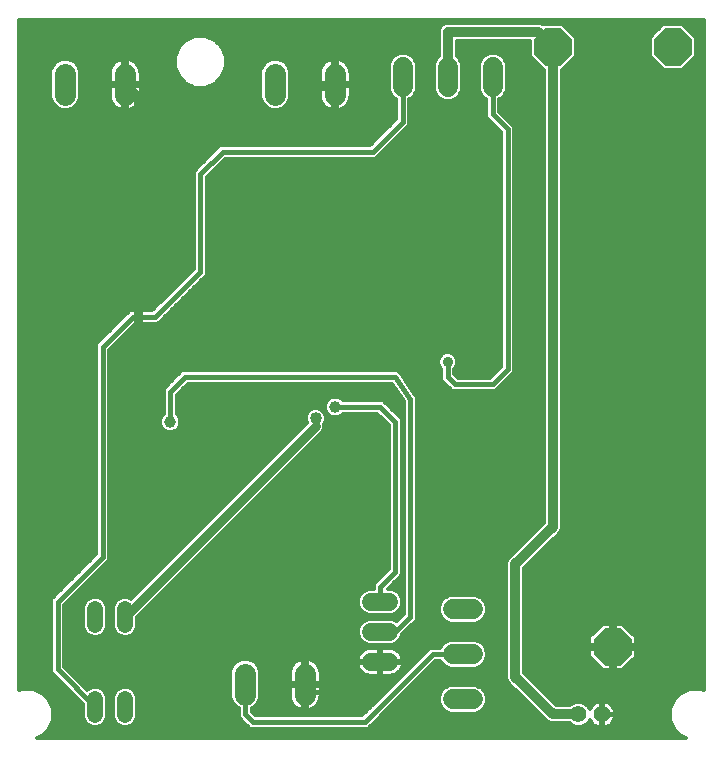
<source format=gbl>
G75*
%MOIN*%
%OFA0B0*%
%FSLAX25Y25*%
%IPPOS*%
%LPD*%
%AMOC8*
5,1,8,0,0,1.08239X$1,22.5*
%
%ADD10C,0.07050*%
%ADD11C,0.05200*%
%ADD12C,0.06000*%
%ADD13OC8,0.12400*%
%ADD14C,0.06600*%
%ADD15C,0.05600*%
%ADD16C,0.01000*%
%ADD17C,0.03000*%
%ADD18C,0.04000*%
%ADD19C,0.01600*%
%ADD20C,0.03962*%
%ADD21C,0.03569*%
%ADD22OC8,0.12661*%
%ADD23C,0.01200*%
%ADD24C,0.03200*%
D10*
X0091600Y0025575D02*
X0091600Y0032625D01*
X0111600Y0032625D02*
X0111600Y0025575D01*
X0101600Y0225575D02*
X0101600Y0232625D01*
X0121600Y0232625D02*
X0121600Y0225575D01*
X0051600Y0225575D02*
X0051600Y0232625D01*
X0031600Y0232625D02*
X0031600Y0225575D01*
D11*
X0041600Y0054200D02*
X0041600Y0049000D01*
X0051600Y0049000D02*
X0051600Y0054200D01*
X0051600Y0024200D02*
X0051600Y0019000D01*
X0041600Y0019000D02*
X0041600Y0024200D01*
D12*
X0133600Y0036600D02*
X0139600Y0036600D01*
X0139600Y0046600D02*
X0133600Y0046600D01*
X0133600Y0056600D02*
X0139600Y0056600D01*
D13*
X0214100Y0041600D03*
X0194100Y0241600D03*
X0234100Y0241600D03*
D14*
X0174100Y0234900D02*
X0174100Y0228300D01*
X0159100Y0228300D02*
X0159100Y0234900D01*
X0144100Y0234900D02*
X0144100Y0228300D01*
X0160800Y0054100D02*
X0167400Y0054100D01*
X0167400Y0039100D02*
X0160800Y0039100D01*
X0160800Y0024100D02*
X0167400Y0024100D01*
D15*
X0202663Y0019100D03*
X0210537Y0019100D03*
D16*
X0115100Y0115100D02*
X0115100Y0117800D01*
X0121400Y0228500D02*
X0121600Y0229100D01*
X0052100Y0228500D02*
X0051600Y0229100D01*
D17*
X0052100Y0228500D02*
X0055700Y0224900D01*
X0055700Y0214150D01*
X0104650Y0214150D01*
X0112750Y0228500D01*
X0121400Y0228500D01*
X0055700Y0214150D02*
X0055700Y0118700D01*
X0115100Y0115100D02*
X0051600Y0051600D01*
D18*
X0055700Y0118700D03*
X0115100Y0117800D03*
D19*
X0121600Y0121600D02*
X0136600Y0121600D01*
X0141600Y0116600D01*
X0141600Y0066600D01*
X0136600Y0061600D01*
X0136600Y0056600D01*
X0136600Y0046600D02*
X0141600Y0046600D01*
X0146600Y0051600D01*
X0146600Y0124100D01*
X0141600Y0131600D01*
X0071600Y0131600D01*
X0066600Y0126600D01*
X0066600Y0116600D01*
X0044100Y0141600D02*
X0044100Y0071600D01*
X0029100Y0056600D01*
X0029100Y0034100D01*
X0041600Y0021600D01*
X0091600Y0019100D02*
X0091600Y0029100D01*
X0091600Y0019100D02*
X0094100Y0016600D01*
X0131600Y0016600D01*
X0154100Y0039100D01*
X0164100Y0039100D01*
X0136600Y0036600D02*
X0136600Y0031600D01*
X0131600Y0026600D01*
X0114100Y0026600D01*
X0111600Y0029100D01*
X0194100Y0041600D02*
X0214100Y0041600D01*
X0236600Y0041600D01*
X0174100Y0129100D02*
X0161600Y0129100D01*
X0159100Y0131600D01*
X0159100Y0136600D01*
X0174100Y0129100D02*
X0179100Y0134100D01*
X0179100Y0214100D01*
X0174100Y0219100D01*
X0174100Y0231600D01*
X0144100Y0231600D02*
X0144100Y0216600D01*
X0134100Y0206600D01*
X0084100Y0206600D01*
X0076600Y0199100D01*
X0076600Y0166600D01*
X0061600Y0151600D01*
X0054100Y0151600D01*
X0044100Y0141600D01*
D20*
X0066600Y0116600D03*
X0121600Y0121600D03*
D21*
X0159100Y0136600D03*
D22*
X0194100Y0041600D03*
X0236600Y0041600D03*
D23*
X0023936Y0011863D02*
X0022336Y0011200D01*
X0238364Y0011200D01*
X0236764Y0011863D01*
X0234363Y0014264D01*
X0233063Y0017402D01*
X0233063Y0020798D01*
X0234363Y0023936D01*
X0236764Y0026337D01*
X0239902Y0027637D01*
X0243298Y0027637D01*
X0244421Y0027172D01*
X0244421Y0250701D01*
X0016200Y0250701D01*
X0016200Y0027139D01*
X0017402Y0027637D01*
X0020798Y0027637D01*
X0023936Y0026337D01*
X0026337Y0023936D01*
X0027637Y0020798D01*
X0027637Y0017402D01*
X0026337Y0014264D01*
X0023936Y0011863D01*
X0023302Y0011600D02*
X0237398Y0011600D01*
X0235828Y0012799D02*
X0024872Y0012799D01*
X0026070Y0013997D02*
X0234630Y0013997D01*
X0233977Y0015196D02*
X0212566Y0015196D01*
X0212843Y0015337D02*
X0213403Y0015744D01*
X0213893Y0016234D01*
X0214300Y0016794D01*
X0214615Y0017411D01*
X0214829Y0018070D01*
X0214937Y0018754D01*
X0214937Y0018913D01*
X0210724Y0018913D01*
X0210724Y0014700D01*
X0210883Y0014700D01*
X0211567Y0014808D01*
X0212226Y0015022D01*
X0212843Y0015337D01*
X0214010Y0016394D02*
X0233480Y0016394D01*
X0233063Y0017593D02*
X0214674Y0017593D01*
X0214937Y0018791D02*
X0233063Y0018791D01*
X0233063Y0019990D02*
X0214851Y0019990D01*
X0214829Y0020130D02*
X0214615Y0020789D01*
X0214300Y0021406D01*
X0213893Y0021966D01*
X0213403Y0022456D01*
X0212843Y0022863D01*
X0212226Y0023178D01*
X0211567Y0023392D01*
X0210883Y0023500D01*
X0210724Y0023500D01*
X0210724Y0019287D01*
X0210350Y0019287D01*
X0210350Y0023500D01*
X0210191Y0023500D01*
X0209507Y0023392D01*
X0208848Y0023178D01*
X0208231Y0022863D01*
X0207671Y0022456D01*
X0207181Y0021966D01*
X0206774Y0021406D01*
X0206487Y0020843D01*
X0206224Y0021479D01*
X0205042Y0022661D01*
X0203498Y0023300D01*
X0201828Y0023300D01*
X0200284Y0022661D01*
X0199723Y0022100D01*
X0195343Y0022100D01*
X0184600Y0032843D01*
X0184600Y0067857D01*
X0195799Y0079057D01*
X0196643Y0079901D01*
X0197100Y0081003D01*
X0197100Y0234000D01*
X0197248Y0234000D01*
X0201700Y0238452D01*
X0201700Y0244748D01*
X0197248Y0249200D01*
X0190952Y0249200D01*
X0190847Y0249095D01*
X0190799Y0249143D01*
X0189697Y0249600D01*
X0158503Y0249600D01*
X0157401Y0249143D01*
X0156557Y0248299D01*
X0156100Y0247197D01*
X0156100Y0238547D01*
X0155116Y0237562D01*
X0154400Y0235835D01*
X0154400Y0227365D01*
X0155116Y0225638D01*
X0156438Y0224316D01*
X0158165Y0223600D01*
X0160035Y0223600D01*
X0161762Y0224316D01*
X0163084Y0225638D01*
X0163800Y0227365D01*
X0163800Y0235835D01*
X0163084Y0237562D01*
X0162100Y0238547D01*
X0162100Y0243600D01*
X0186500Y0243600D01*
X0186500Y0238452D01*
X0190952Y0234000D01*
X0191100Y0234000D01*
X0191100Y0082843D01*
X0179057Y0070799D01*
X0178600Y0069697D01*
X0178600Y0031003D01*
X0179057Y0029901D01*
X0179901Y0029057D01*
X0192401Y0016557D01*
X0193503Y0016100D01*
X0199723Y0016100D01*
X0200284Y0015539D01*
X0201828Y0014900D01*
X0203498Y0014900D01*
X0205042Y0015539D01*
X0206224Y0016721D01*
X0206487Y0017357D01*
X0206774Y0016794D01*
X0207181Y0016234D01*
X0207671Y0015744D01*
X0208231Y0015337D01*
X0208848Y0015022D01*
X0209507Y0014808D01*
X0210191Y0014700D01*
X0210350Y0014700D01*
X0210350Y0018913D01*
X0210724Y0018913D01*
X0210724Y0019287D01*
X0214937Y0019287D01*
X0214937Y0019446D01*
X0214829Y0020130D01*
X0214411Y0021188D02*
X0233225Y0021188D01*
X0233721Y0022387D02*
X0213473Y0022387D01*
X0210724Y0022387D02*
X0210350Y0022387D01*
X0210350Y0021188D02*
X0210724Y0021188D01*
X0210724Y0019990D02*
X0210350Y0019990D01*
X0210350Y0018791D02*
X0210724Y0018791D01*
X0210724Y0017593D02*
X0210350Y0017593D01*
X0210350Y0016394D02*
X0210724Y0016394D01*
X0210724Y0015196D02*
X0210350Y0015196D01*
X0208508Y0015196D02*
X0204212Y0015196D01*
X0205897Y0016394D02*
X0207064Y0016394D01*
X0206663Y0021188D02*
X0206344Y0021188D01*
X0205316Y0022387D02*
X0207601Y0022387D01*
X0200010Y0022387D02*
X0195056Y0022387D01*
X0193858Y0023585D02*
X0234217Y0023585D01*
X0235210Y0024784D02*
X0192659Y0024784D01*
X0191460Y0025982D02*
X0236409Y0025982D01*
X0238800Y0027181D02*
X0190262Y0027181D01*
X0189063Y0028379D02*
X0244421Y0028379D01*
X0244400Y0027181D02*
X0244421Y0027181D01*
X0244421Y0029578D02*
X0187865Y0029578D01*
X0186666Y0030776D02*
X0244421Y0030776D01*
X0244421Y0031975D02*
X0185468Y0031975D01*
X0184600Y0033173D02*
X0244421Y0033173D01*
X0244421Y0034372D02*
X0217903Y0034372D01*
X0217331Y0033800D02*
X0221900Y0038369D01*
X0221900Y0041000D01*
X0214700Y0041000D01*
X0214700Y0042200D01*
X0213500Y0042200D01*
X0213500Y0049400D01*
X0210869Y0049400D01*
X0206300Y0044831D01*
X0206300Y0042200D01*
X0213500Y0042200D01*
X0213500Y0041000D01*
X0206300Y0041000D01*
X0206300Y0038369D01*
X0210869Y0033800D01*
X0213500Y0033800D01*
X0213500Y0041000D01*
X0214700Y0041000D01*
X0214700Y0033800D01*
X0217331Y0033800D01*
X0219101Y0035570D02*
X0244421Y0035570D01*
X0244421Y0036769D02*
X0220300Y0036769D01*
X0221498Y0037967D02*
X0244421Y0037967D01*
X0244421Y0039166D02*
X0221900Y0039166D01*
X0221900Y0040364D02*
X0244421Y0040364D01*
X0244421Y0041563D02*
X0214700Y0041563D01*
X0214700Y0042200D02*
X0221900Y0042200D01*
X0221900Y0044831D01*
X0217331Y0049400D01*
X0214700Y0049400D01*
X0214700Y0042200D01*
X0214700Y0042761D02*
X0213500Y0042761D01*
X0213500Y0041563D02*
X0184600Y0041563D01*
X0184600Y0042761D02*
X0206300Y0042761D01*
X0206300Y0043960D02*
X0184600Y0043960D01*
X0184600Y0045158D02*
X0206627Y0045158D01*
X0207826Y0046357D02*
X0184600Y0046357D01*
X0184600Y0047555D02*
X0209024Y0047555D01*
X0210223Y0048754D02*
X0184600Y0048754D01*
X0184600Y0049952D02*
X0244421Y0049952D01*
X0244421Y0048754D02*
X0217977Y0048754D01*
X0219176Y0047555D02*
X0244421Y0047555D01*
X0244421Y0046357D02*
X0220374Y0046357D01*
X0221573Y0045158D02*
X0244421Y0045158D01*
X0244421Y0043960D02*
X0221900Y0043960D01*
X0221900Y0042761D02*
X0244421Y0042761D01*
X0244421Y0051151D02*
X0184600Y0051151D01*
X0184600Y0052349D02*
X0244421Y0052349D01*
X0244421Y0053548D02*
X0184600Y0053548D01*
X0184600Y0054746D02*
X0244421Y0054746D01*
X0244421Y0055945D02*
X0184600Y0055945D01*
X0184600Y0057143D02*
X0244421Y0057143D01*
X0244421Y0058342D02*
X0184600Y0058342D01*
X0184600Y0059540D02*
X0244421Y0059540D01*
X0244421Y0060739D02*
X0184600Y0060739D01*
X0184600Y0061937D02*
X0244421Y0061937D01*
X0244421Y0063136D02*
X0184600Y0063136D01*
X0184600Y0064334D02*
X0244421Y0064334D01*
X0244421Y0065533D02*
X0184600Y0065533D01*
X0184600Y0066732D02*
X0244421Y0066732D01*
X0244421Y0067930D02*
X0184673Y0067930D01*
X0185871Y0069129D02*
X0244421Y0069129D01*
X0244421Y0070327D02*
X0187070Y0070327D01*
X0188268Y0071526D02*
X0244421Y0071526D01*
X0244421Y0072724D02*
X0189467Y0072724D01*
X0190665Y0073923D02*
X0244421Y0073923D01*
X0244421Y0075121D02*
X0191864Y0075121D01*
X0193062Y0076320D02*
X0244421Y0076320D01*
X0244421Y0077518D02*
X0194261Y0077518D01*
X0195459Y0078717D02*
X0244421Y0078717D01*
X0244421Y0079915D02*
X0196649Y0079915D01*
X0197100Y0081114D02*
X0244421Y0081114D01*
X0244421Y0082312D02*
X0197100Y0082312D01*
X0197100Y0083511D02*
X0244421Y0083511D01*
X0244421Y0084709D02*
X0197100Y0084709D01*
X0197100Y0085908D02*
X0244421Y0085908D01*
X0244421Y0087106D02*
X0197100Y0087106D01*
X0197100Y0088305D02*
X0244421Y0088305D01*
X0244421Y0089503D02*
X0197100Y0089503D01*
X0197100Y0090702D02*
X0244421Y0090702D01*
X0244421Y0091900D02*
X0197100Y0091900D01*
X0197100Y0093099D02*
X0244421Y0093099D01*
X0244421Y0094297D02*
X0197100Y0094297D01*
X0197100Y0095496D02*
X0244421Y0095496D01*
X0244421Y0096694D02*
X0197100Y0096694D01*
X0197100Y0097893D02*
X0244421Y0097893D01*
X0244421Y0099091D02*
X0197100Y0099091D01*
X0197100Y0100290D02*
X0244421Y0100290D01*
X0244421Y0101488D02*
X0197100Y0101488D01*
X0197100Y0102687D02*
X0244421Y0102687D01*
X0244421Y0103885D02*
X0197100Y0103885D01*
X0197100Y0105084D02*
X0244421Y0105084D01*
X0244421Y0106282D02*
X0197100Y0106282D01*
X0197100Y0107481D02*
X0244421Y0107481D01*
X0244421Y0108679D02*
X0197100Y0108679D01*
X0197100Y0109878D02*
X0244421Y0109878D01*
X0244421Y0111076D02*
X0197100Y0111076D01*
X0197100Y0112275D02*
X0244421Y0112275D01*
X0244421Y0113473D02*
X0197100Y0113473D01*
X0197100Y0114672D02*
X0244421Y0114672D01*
X0244421Y0115870D02*
X0197100Y0115870D01*
X0197100Y0117069D02*
X0244421Y0117069D01*
X0244421Y0118268D02*
X0197100Y0118268D01*
X0197100Y0119466D02*
X0244421Y0119466D01*
X0244421Y0120665D02*
X0197100Y0120665D01*
X0197100Y0121863D02*
X0244421Y0121863D01*
X0244421Y0123062D02*
X0197100Y0123062D01*
X0197100Y0124260D02*
X0244421Y0124260D01*
X0244421Y0125459D02*
X0197100Y0125459D01*
X0197100Y0126657D02*
X0244421Y0126657D01*
X0244421Y0127856D02*
X0197100Y0127856D01*
X0197100Y0129054D02*
X0244421Y0129054D01*
X0244421Y0130253D02*
X0197100Y0130253D01*
X0197100Y0131451D02*
X0244421Y0131451D01*
X0244421Y0132650D02*
X0197100Y0132650D01*
X0197100Y0133848D02*
X0244421Y0133848D01*
X0244421Y0135047D02*
X0197100Y0135047D01*
X0197100Y0136245D02*
X0244421Y0136245D01*
X0244421Y0137444D02*
X0197100Y0137444D01*
X0197100Y0138642D02*
X0244421Y0138642D01*
X0244421Y0139841D02*
X0197100Y0139841D01*
X0197100Y0141039D02*
X0244421Y0141039D01*
X0244421Y0142238D02*
X0197100Y0142238D01*
X0197100Y0143436D02*
X0244421Y0143436D01*
X0244421Y0144635D02*
X0197100Y0144635D01*
X0197100Y0145833D02*
X0244421Y0145833D01*
X0244421Y0147032D02*
X0197100Y0147032D01*
X0197100Y0148230D02*
X0244421Y0148230D01*
X0244421Y0149429D02*
X0197100Y0149429D01*
X0197100Y0150627D02*
X0244421Y0150627D01*
X0244421Y0151826D02*
X0197100Y0151826D01*
X0197100Y0153024D02*
X0244421Y0153024D01*
X0244421Y0154223D02*
X0197100Y0154223D01*
X0197100Y0155421D02*
X0244421Y0155421D01*
X0244421Y0156620D02*
X0197100Y0156620D01*
X0197100Y0157818D02*
X0244421Y0157818D01*
X0244421Y0159017D02*
X0197100Y0159017D01*
X0197100Y0160215D02*
X0244421Y0160215D01*
X0244421Y0161414D02*
X0197100Y0161414D01*
X0197100Y0162612D02*
X0244421Y0162612D01*
X0244421Y0163811D02*
X0197100Y0163811D01*
X0197100Y0165009D02*
X0244421Y0165009D01*
X0244421Y0166208D02*
X0197100Y0166208D01*
X0197100Y0167406D02*
X0244421Y0167406D01*
X0244421Y0168605D02*
X0197100Y0168605D01*
X0197100Y0169803D02*
X0244421Y0169803D01*
X0244421Y0171002D02*
X0197100Y0171002D01*
X0197100Y0172201D02*
X0244421Y0172201D01*
X0244421Y0173399D02*
X0197100Y0173399D01*
X0197100Y0174598D02*
X0244421Y0174598D01*
X0244421Y0175796D02*
X0197100Y0175796D01*
X0197100Y0176995D02*
X0244421Y0176995D01*
X0244421Y0178193D02*
X0197100Y0178193D01*
X0197100Y0179392D02*
X0244421Y0179392D01*
X0244421Y0180590D02*
X0197100Y0180590D01*
X0197100Y0181789D02*
X0244421Y0181789D01*
X0244421Y0182987D02*
X0197100Y0182987D01*
X0197100Y0184186D02*
X0244421Y0184186D01*
X0244421Y0185384D02*
X0197100Y0185384D01*
X0197100Y0186583D02*
X0244421Y0186583D01*
X0244421Y0187781D02*
X0197100Y0187781D01*
X0197100Y0188980D02*
X0244421Y0188980D01*
X0244421Y0190178D02*
X0197100Y0190178D01*
X0197100Y0191377D02*
X0244421Y0191377D01*
X0244421Y0192575D02*
X0197100Y0192575D01*
X0197100Y0193774D02*
X0244421Y0193774D01*
X0244421Y0194972D02*
X0197100Y0194972D01*
X0197100Y0196171D02*
X0244421Y0196171D01*
X0244421Y0197369D02*
X0197100Y0197369D01*
X0197100Y0198568D02*
X0244421Y0198568D01*
X0244421Y0199766D02*
X0197100Y0199766D01*
X0197100Y0200965D02*
X0244421Y0200965D01*
X0244421Y0202163D02*
X0197100Y0202163D01*
X0197100Y0203362D02*
X0244421Y0203362D01*
X0244421Y0204560D02*
X0197100Y0204560D01*
X0197100Y0205759D02*
X0244421Y0205759D01*
X0244421Y0206957D02*
X0197100Y0206957D01*
X0197100Y0208156D02*
X0244421Y0208156D01*
X0244421Y0209354D02*
X0197100Y0209354D01*
X0197100Y0210553D02*
X0244421Y0210553D01*
X0244421Y0211751D02*
X0197100Y0211751D01*
X0197100Y0212950D02*
X0244421Y0212950D01*
X0244421Y0214148D02*
X0197100Y0214148D01*
X0197100Y0215347D02*
X0244421Y0215347D01*
X0244421Y0216545D02*
X0197100Y0216545D01*
X0197100Y0217744D02*
X0244421Y0217744D01*
X0244421Y0218942D02*
X0197100Y0218942D01*
X0197100Y0220141D02*
X0244421Y0220141D01*
X0244421Y0221339D02*
X0197100Y0221339D01*
X0197100Y0222538D02*
X0244421Y0222538D01*
X0244421Y0223737D02*
X0197100Y0223737D01*
X0197100Y0224935D02*
X0244421Y0224935D01*
X0244421Y0226134D02*
X0197100Y0226134D01*
X0197100Y0227332D02*
X0244421Y0227332D01*
X0244421Y0228531D02*
X0197100Y0228531D01*
X0197100Y0229729D02*
X0244421Y0229729D01*
X0244421Y0230928D02*
X0197100Y0230928D01*
X0197100Y0232126D02*
X0244421Y0232126D01*
X0244421Y0233325D02*
X0197100Y0233325D01*
X0197771Y0234523D02*
X0230429Y0234523D01*
X0230952Y0234000D02*
X0237248Y0234000D01*
X0241700Y0238452D01*
X0241700Y0244748D01*
X0237248Y0249200D01*
X0230952Y0249200D01*
X0226500Y0244748D01*
X0226500Y0238452D01*
X0230952Y0234000D01*
X0229230Y0235722D02*
X0198970Y0235722D01*
X0200168Y0236920D02*
X0228032Y0236920D01*
X0226833Y0238119D02*
X0201367Y0238119D01*
X0201700Y0239317D02*
X0226500Y0239317D01*
X0226500Y0240516D02*
X0201700Y0240516D01*
X0201700Y0241714D02*
X0226500Y0241714D01*
X0226500Y0242913D02*
X0201700Y0242913D01*
X0201700Y0244111D02*
X0226500Y0244111D01*
X0227062Y0245310D02*
X0201138Y0245310D01*
X0199940Y0246508D02*
X0228260Y0246508D01*
X0229459Y0247707D02*
X0198741Y0247707D01*
X0197543Y0248905D02*
X0230657Y0248905D01*
X0237543Y0248905D02*
X0244421Y0248905D01*
X0244421Y0247707D02*
X0238741Y0247707D01*
X0239940Y0246508D02*
X0244421Y0246508D01*
X0244421Y0245310D02*
X0241138Y0245310D01*
X0241700Y0244111D02*
X0244421Y0244111D01*
X0244421Y0242913D02*
X0241700Y0242913D01*
X0241700Y0241714D02*
X0244421Y0241714D01*
X0244421Y0240516D02*
X0241700Y0240516D01*
X0241700Y0239317D02*
X0244421Y0239317D01*
X0244421Y0238119D02*
X0241367Y0238119D01*
X0240168Y0236920D02*
X0244421Y0236920D01*
X0244421Y0235722D02*
X0238970Y0235722D01*
X0237771Y0234523D02*
X0244421Y0234523D01*
X0244421Y0250104D02*
X0016200Y0250104D01*
X0016200Y0248905D02*
X0157163Y0248905D01*
X0156311Y0247707D02*
X0016200Y0247707D01*
X0016200Y0246508D02*
X0156100Y0246508D01*
X0156100Y0245310D02*
X0016200Y0245310D01*
X0016200Y0244111D02*
X0072425Y0244111D01*
X0071764Y0243837D02*
X0069363Y0241436D01*
X0068063Y0238298D01*
X0068063Y0234902D01*
X0069363Y0231764D01*
X0071764Y0229363D01*
X0074902Y0228063D01*
X0078298Y0228063D01*
X0081436Y0229363D01*
X0083837Y0231764D01*
X0085137Y0234902D01*
X0085137Y0238298D01*
X0083837Y0241436D01*
X0081436Y0243837D01*
X0078298Y0245137D01*
X0074902Y0245137D01*
X0071764Y0243837D01*
X0070840Y0242913D02*
X0016200Y0242913D01*
X0016200Y0241714D02*
X0069641Y0241714D01*
X0068982Y0240516D02*
X0016200Y0240516D01*
X0016200Y0239317D02*
X0068485Y0239317D01*
X0068063Y0238119D02*
X0016200Y0238119D01*
X0016200Y0236920D02*
X0029100Y0236920D01*
X0028810Y0236800D02*
X0027425Y0235415D01*
X0026675Y0233605D01*
X0026675Y0224595D01*
X0027425Y0222785D01*
X0028810Y0221400D01*
X0030620Y0220650D01*
X0032580Y0220650D01*
X0034390Y0221400D01*
X0035775Y0222785D01*
X0036525Y0224595D01*
X0036525Y0233605D01*
X0035775Y0235415D01*
X0034390Y0236800D01*
X0032580Y0237550D01*
X0030620Y0237550D01*
X0028810Y0236800D01*
X0027732Y0235722D02*
X0016200Y0235722D01*
X0016200Y0234523D02*
X0027055Y0234523D01*
X0026675Y0233325D02*
X0016200Y0233325D01*
X0016200Y0232126D02*
X0026675Y0232126D01*
X0026675Y0230928D02*
X0016200Y0230928D01*
X0016200Y0229729D02*
X0026675Y0229729D01*
X0026675Y0228531D02*
X0016200Y0228531D01*
X0016200Y0227332D02*
X0026675Y0227332D01*
X0026675Y0226134D02*
X0016200Y0226134D01*
X0016200Y0224935D02*
X0026675Y0224935D01*
X0027031Y0223737D02*
X0016200Y0223737D01*
X0016200Y0222538D02*
X0027672Y0222538D01*
X0028956Y0221339D02*
X0016200Y0221339D01*
X0016200Y0220141D02*
X0141900Y0220141D01*
X0141900Y0221339D02*
X0124489Y0221339D01*
X0124286Y0221192D02*
X0124939Y0221666D01*
X0125509Y0222236D01*
X0125983Y0222889D01*
X0126350Y0223608D01*
X0126599Y0224375D01*
X0126725Y0225172D01*
X0126725Y0228525D01*
X0122175Y0228525D01*
X0122175Y0229675D01*
X0121025Y0229675D01*
X0121025Y0237723D01*
X0120400Y0237624D01*
X0119633Y0237375D01*
X0118914Y0237008D01*
X0118261Y0236534D01*
X0117691Y0235964D01*
X0117217Y0235311D01*
X0116850Y0234592D01*
X0116601Y0233825D01*
X0116475Y0233028D01*
X0116475Y0229675D01*
X0121025Y0229675D01*
X0121025Y0228525D01*
X0116475Y0228525D01*
X0116475Y0225172D01*
X0116601Y0224375D01*
X0116850Y0223608D01*
X0117217Y0222889D01*
X0117691Y0222236D01*
X0118261Y0221666D01*
X0118914Y0221192D01*
X0119633Y0220825D01*
X0120400Y0220576D01*
X0121025Y0220477D01*
X0121025Y0228525D01*
X0122175Y0228525D01*
X0122175Y0220477D01*
X0122800Y0220576D01*
X0123567Y0220825D01*
X0124286Y0221192D01*
X0125728Y0222538D02*
X0141900Y0222538D01*
X0141900Y0223737D02*
X0126391Y0223737D01*
X0126687Y0224935D02*
X0140818Y0224935D01*
X0141438Y0224316D02*
X0140116Y0225638D01*
X0139400Y0227365D01*
X0139400Y0235835D01*
X0140116Y0237562D01*
X0141438Y0238884D01*
X0143165Y0239600D01*
X0145035Y0239600D01*
X0146762Y0238884D01*
X0148084Y0237562D01*
X0148800Y0235835D01*
X0148800Y0227365D01*
X0148084Y0225638D01*
X0146762Y0224316D01*
X0146300Y0224124D01*
X0146300Y0215689D01*
X0136300Y0205689D01*
X0135011Y0204400D01*
X0085011Y0204400D01*
X0078800Y0198189D01*
X0078800Y0165689D01*
X0063800Y0150689D01*
X0062511Y0149400D01*
X0055011Y0149400D01*
X0046300Y0140689D01*
X0046300Y0070689D01*
X0031300Y0055689D01*
X0031300Y0035011D01*
X0039027Y0027284D01*
X0039334Y0027591D01*
X0040804Y0028200D01*
X0042396Y0028200D01*
X0043866Y0027591D01*
X0044991Y0026466D01*
X0045600Y0024996D01*
X0045600Y0018204D01*
X0044991Y0016734D01*
X0043866Y0015609D01*
X0042396Y0015000D01*
X0040804Y0015000D01*
X0039334Y0015609D01*
X0038209Y0016734D01*
X0037600Y0018204D01*
X0037600Y0022489D01*
X0026900Y0033189D01*
X0026900Y0057511D01*
X0028189Y0058800D01*
X0041900Y0072511D01*
X0041900Y0142511D01*
X0043189Y0143800D01*
X0053189Y0153800D01*
X0060689Y0153800D01*
X0074400Y0167511D01*
X0074400Y0200011D01*
X0075689Y0201300D01*
X0083189Y0208800D01*
X0133189Y0208800D01*
X0141900Y0217511D01*
X0141900Y0224124D01*
X0141438Y0224316D01*
X0139910Y0226134D02*
X0126725Y0226134D01*
X0126725Y0227332D02*
X0139414Y0227332D01*
X0139400Y0228531D02*
X0122175Y0228531D01*
X0122175Y0229675D02*
X0126725Y0229675D01*
X0126725Y0233028D01*
X0126599Y0233825D01*
X0126350Y0234592D01*
X0125983Y0235311D01*
X0125509Y0235964D01*
X0124939Y0236534D01*
X0124286Y0237008D01*
X0123567Y0237375D01*
X0122800Y0237624D01*
X0122175Y0237723D01*
X0122175Y0229675D01*
X0122175Y0229729D02*
X0121025Y0229729D01*
X0121025Y0228531D02*
X0106525Y0228531D01*
X0106525Y0229729D02*
X0116475Y0229729D01*
X0116475Y0230928D02*
X0106525Y0230928D01*
X0106525Y0232126D02*
X0116475Y0232126D01*
X0116522Y0233325D02*
X0106525Y0233325D01*
X0106525Y0233605D02*
X0105775Y0235415D01*
X0104390Y0236800D01*
X0102580Y0237550D01*
X0100620Y0237550D01*
X0098810Y0236800D01*
X0097425Y0235415D01*
X0096675Y0233605D01*
X0096675Y0224595D01*
X0097425Y0222785D01*
X0098810Y0221400D01*
X0100620Y0220650D01*
X0102580Y0220650D01*
X0104390Y0221400D01*
X0105775Y0222785D01*
X0106525Y0224595D01*
X0106525Y0233605D01*
X0106145Y0234523D02*
X0116828Y0234523D01*
X0117515Y0235722D02*
X0105468Y0235722D01*
X0104100Y0236920D02*
X0118793Y0236920D01*
X0121025Y0236920D02*
X0122175Y0236920D01*
X0122175Y0235722D02*
X0121025Y0235722D01*
X0121025Y0234523D02*
X0122175Y0234523D01*
X0122175Y0233325D02*
X0121025Y0233325D01*
X0121025Y0232126D02*
X0122175Y0232126D01*
X0122175Y0230928D02*
X0121025Y0230928D01*
X0121025Y0227332D02*
X0122175Y0227332D01*
X0122175Y0226134D02*
X0121025Y0226134D01*
X0121025Y0224935D02*
X0122175Y0224935D01*
X0122175Y0223737D02*
X0121025Y0223737D01*
X0121025Y0222538D02*
X0122175Y0222538D01*
X0122175Y0221339D02*
X0121025Y0221339D01*
X0118711Y0221339D02*
X0104244Y0221339D01*
X0105528Y0222538D02*
X0117472Y0222538D01*
X0116809Y0223737D02*
X0106169Y0223737D01*
X0106525Y0224935D02*
X0116512Y0224935D01*
X0116475Y0226134D02*
X0106525Y0226134D01*
X0106525Y0227332D02*
X0116475Y0227332D01*
X0126372Y0234523D02*
X0139400Y0234523D01*
X0139400Y0233325D02*
X0126678Y0233325D01*
X0126725Y0232126D02*
X0139400Y0232126D01*
X0139400Y0230928D02*
X0126725Y0230928D01*
X0126725Y0229729D02*
X0139400Y0229729D01*
X0139400Y0235722D02*
X0125685Y0235722D01*
X0124407Y0236920D02*
X0139850Y0236920D01*
X0140672Y0238119D02*
X0085137Y0238119D01*
X0085137Y0236920D02*
X0099100Y0236920D01*
X0097732Y0235722D02*
X0085137Y0235722D01*
X0084980Y0234523D02*
X0097055Y0234523D01*
X0096675Y0233325D02*
X0084484Y0233325D01*
X0083987Y0232126D02*
X0096675Y0232126D01*
X0096675Y0230928D02*
X0083001Y0230928D01*
X0081802Y0229729D02*
X0096675Y0229729D01*
X0096675Y0228531D02*
X0079427Y0228531D01*
X0073773Y0228531D02*
X0052175Y0228531D01*
X0052175Y0228525D02*
X0052175Y0229675D01*
X0051025Y0229675D01*
X0051025Y0237723D01*
X0050400Y0237624D01*
X0049633Y0237375D01*
X0048914Y0237008D01*
X0048261Y0236534D01*
X0047691Y0235964D01*
X0047217Y0235311D01*
X0046850Y0234592D01*
X0046601Y0233825D01*
X0046475Y0233028D01*
X0046475Y0229675D01*
X0051025Y0229675D01*
X0051025Y0228525D01*
X0046475Y0228525D01*
X0046475Y0225172D01*
X0046601Y0224375D01*
X0046850Y0223608D01*
X0047217Y0222889D01*
X0047691Y0222236D01*
X0048261Y0221666D01*
X0048914Y0221192D01*
X0049633Y0220825D01*
X0050400Y0220576D01*
X0051025Y0220477D01*
X0051025Y0228525D01*
X0052175Y0228525D01*
X0056725Y0228525D01*
X0056725Y0225172D01*
X0056599Y0224375D01*
X0056350Y0223608D01*
X0055983Y0222889D01*
X0055509Y0222236D01*
X0054939Y0221666D01*
X0054286Y0221192D01*
X0053567Y0220825D01*
X0052800Y0220576D01*
X0052175Y0220477D01*
X0052175Y0228525D01*
X0052175Y0229675D02*
X0056725Y0229675D01*
X0056725Y0233028D01*
X0056599Y0233825D01*
X0056350Y0234592D01*
X0055983Y0235311D01*
X0055509Y0235964D01*
X0054939Y0236534D01*
X0054286Y0237008D01*
X0053567Y0237375D01*
X0052800Y0237624D01*
X0052175Y0237723D01*
X0052175Y0229675D01*
X0052175Y0229729D02*
X0051025Y0229729D01*
X0051025Y0228531D02*
X0036525Y0228531D01*
X0036525Y0229729D02*
X0046475Y0229729D01*
X0046475Y0230928D02*
X0036525Y0230928D01*
X0036525Y0232126D02*
X0046475Y0232126D01*
X0046522Y0233325D02*
X0036525Y0233325D01*
X0036145Y0234523D02*
X0046828Y0234523D01*
X0047515Y0235722D02*
X0035468Y0235722D01*
X0034100Y0236920D02*
X0048793Y0236920D01*
X0051025Y0236920D02*
X0052175Y0236920D01*
X0052175Y0235722D02*
X0051025Y0235722D01*
X0051025Y0234523D02*
X0052175Y0234523D01*
X0052175Y0233325D02*
X0051025Y0233325D01*
X0051025Y0232126D02*
X0052175Y0232126D01*
X0052175Y0230928D02*
X0051025Y0230928D01*
X0051025Y0227332D02*
X0052175Y0227332D01*
X0052175Y0226134D02*
X0051025Y0226134D01*
X0051025Y0224935D02*
X0052175Y0224935D01*
X0052175Y0223737D02*
X0051025Y0223737D01*
X0051025Y0222538D02*
X0052175Y0222538D01*
X0052175Y0221339D02*
X0051025Y0221339D01*
X0048711Y0221339D02*
X0034244Y0221339D01*
X0035528Y0222538D02*
X0047472Y0222538D01*
X0046809Y0223737D02*
X0036169Y0223737D01*
X0036525Y0224935D02*
X0046512Y0224935D01*
X0046475Y0226134D02*
X0036525Y0226134D01*
X0036525Y0227332D02*
X0046475Y0227332D01*
X0054489Y0221339D02*
X0098956Y0221339D01*
X0097672Y0222538D02*
X0055728Y0222538D01*
X0056391Y0223737D02*
X0097031Y0223737D01*
X0096675Y0224935D02*
X0056687Y0224935D01*
X0056725Y0226134D02*
X0096675Y0226134D01*
X0096675Y0227332D02*
X0056725Y0227332D01*
X0056725Y0229729D02*
X0071398Y0229729D01*
X0070199Y0230928D02*
X0056725Y0230928D01*
X0056725Y0232126D02*
X0069213Y0232126D01*
X0068716Y0233325D02*
X0056678Y0233325D01*
X0056372Y0234523D02*
X0068220Y0234523D01*
X0068063Y0235722D02*
X0055685Y0235722D01*
X0054407Y0236920D02*
X0068063Y0236920D01*
X0080775Y0244111D02*
X0156100Y0244111D01*
X0156100Y0242913D02*
X0082360Y0242913D01*
X0083559Y0241714D02*
X0156100Y0241714D01*
X0156100Y0240516D02*
X0084218Y0240516D01*
X0084715Y0239317D02*
X0142482Y0239317D01*
X0145718Y0239317D02*
X0156100Y0239317D01*
X0155672Y0238119D02*
X0147528Y0238119D01*
X0148350Y0236920D02*
X0154850Y0236920D01*
X0154400Y0235722D02*
X0148800Y0235722D01*
X0148800Y0234523D02*
X0154400Y0234523D01*
X0154400Y0233325D02*
X0148800Y0233325D01*
X0148800Y0232126D02*
X0154400Y0232126D01*
X0154400Y0230928D02*
X0148800Y0230928D01*
X0148800Y0229729D02*
X0154400Y0229729D01*
X0154400Y0228531D02*
X0148800Y0228531D01*
X0148786Y0227332D02*
X0154414Y0227332D01*
X0154910Y0226134D02*
X0148290Y0226134D01*
X0147382Y0224935D02*
X0155818Y0224935D01*
X0157836Y0223737D02*
X0146300Y0223737D01*
X0146300Y0222538D02*
X0171900Y0222538D01*
X0171900Y0223737D02*
X0160364Y0223737D01*
X0162382Y0224935D02*
X0170818Y0224935D01*
X0171438Y0224316D02*
X0171900Y0224124D01*
X0171900Y0218189D01*
X0176900Y0213189D01*
X0176900Y0135011D01*
X0173189Y0131300D01*
X0162511Y0131300D01*
X0161300Y0132511D01*
X0161300Y0134297D01*
X0161799Y0134796D01*
X0162284Y0135967D01*
X0162284Y0137233D01*
X0161799Y0138404D01*
X0160904Y0139299D01*
X0159733Y0139784D01*
X0158467Y0139784D01*
X0157296Y0139299D01*
X0156401Y0138404D01*
X0155916Y0137233D01*
X0155916Y0135967D01*
X0156401Y0134796D01*
X0156900Y0134297D01*
X0156900Y0130689D01*
X0158189Y0129400D01*
X0160689Y0126900D01*
X0175011Y0126900D01*
X0176300Y0128189D01*
X0181300Y0133189D01*
X0181300Y0215011D01*
X0180011Y0216300D01*
X0176300Y0220011D01*
X0176300Y0224124D01*
X0176762Y0224316D01*
X0178084Y0225638D01*
X0178800Y0227365D01*
X0178800Y0235835D01*
X0178084Y0237562D01*
X0176762Y0238884D01*
X0175035Y0239600D01*
X0173165Y0239600D01*
X0171438Y0238884D01*
X0170116Y0237562D01*
X0169400Y0235835D01*
X0169400Y0227365D01*
X0170116Y0225638D01*
X0171438Y0224316D01*
X0169910Y0226134D02*
X0163290Y0226134D01*
X0163786Y0227332D02*
X0169414Y0227332D01*
X0169400Y0228531D02*
X0163800Y0228531D01*
X0163800Y0229729D02*
X0169400Y0229729D01*
X0169400Y0230928D02*
X0163800Y0230928D01*
X0163800Y0232126D02*
X0169400Y0232126D01*
X0169400Y0233325D02*
X0163800Y0233325D01*
X0163800Y0234523D02*
X0169400Y0234523D01*
X0169400Y0235722D02*
X0163800Y0235722D01*
X0163350Y0236920D02*
X0169850Y0236920D01*
X0170672Y0238119D02*
X0162528Y0238119D01*
X0162100Y0239317D02*
X0172482Y0239317D01*
X0175718Y0239317D02*
X0186500Y0239317D01*
X0186500Y0240516D02*
X0162100Y0240516D01*
X0162100Y0241714D02*
X0186500Y0241714D01*
X0186500Y0242913D02*
X0162100Y0242913D01*
X0177528Y0238119D02*
X0186833Y0238119D01*
X0188032Y0236920D02*
X0178350Y0236920D01*
X0178800Y0235722D02*
X0189230Y0235722D01*
X0190429Y0234523D02*
X0178800Y0234523D01*
X0178800Y0233325D02*
X0191100Y0233325D01*
X0191100Y0232126D02*
X0178800Y0232126D01*
X0178800Y0230928D02*
X0191100Y0230928D01*
X0191100Y0229729D02*
X0178800Y0229729D01*
X0178800Y0228531D02*
X0191100Y0228531D01*
X0191100Y0227332D02*
X0178786Y0227332D01*
X0178290Y0226134D02*
X0191100Y0226134D01*
X0191100Y0224935D02*
X0177382Y0224935D01*
X0176300Y0223737D02*
X0191100Y0223737D01*
X0191100Y0222538D02*
X0176300Y0222538D01*
X0176300Y0221339D02*
X0191100Y0221339D01*
X0191100Y0220141D02*
X0176300Y0220141D01*
X0177369Y0218942D02*
X0191100Y0218942D01*
X0191100Y0217744D02*
X0178567Y0217744D01*
X0179766Y0216545D02*
X0191100Y0216545D01*
X0191100Y0215347D02*
X0180964Y0215347D01*
X0181300Y0214148D02*
X0191100Y0214148D01*
X0191100Y0212950D02*
X0181300Y0212950D01*
X0181300Y0211751D02*
X0191100Y0211751D01*
X0191100Y0210553D02*
X0181300Y0210553D01*
X0181300Y0209354D02*
X0191100Y0209354D01*
X0191100Y0208156D02*
X0181300Y0208156D01*
X0181300Y0206957D02*
X0191100Y0206957D01*
X0191100Y0205759D02*
X0181300Y0205759D01*
X0181300Y0204560D02*
X0191100Y0204560D01*
X0191100Y0203362D02*
X0181300Y0203362D01*
X0181300Y0202163D02*
X0191100Y0202163D01*
X0191100Y0200965D02*
X0181300Y0200965D01*
X0181300Y0199766D02*
X0191100Y0199766D01*
X0191100Y0198568D02*
X0181300Y0198568D01*
X0181300Y0197369D02*
X0191100Y0197369D01*
X0191100Y0196171D02*
X0181300Y0196171D01*
X0181300Y0194972D02*
X0191100Y0194972D01*
X0191100Y0193774D02*
X0181300Y0193774D01*
X0181300Y0192575D02*
X0191100Y0192575D01*
X0191100Y0191377D02*
X0181300Y0191377D01*
X0181300Y0190178D02*
X0191100Y0190178D01*
X0191100Y0188980D02*
X0181300Y0188980D01*
X0181300Y0187781D02*
X0191100Y0187781D01*
X0191100Y0186583D02*
X0181300Y0186583D01*
X0181300Y0185384D02*
X0191100Y0185384D01*
X0191100Y0184186D02*
X0181300Y0184186D01*
X0181300Y0182987D02*
X0191100Y0182987D01*
X0191100Y0181789D02*
X0181300Y0181789D01*
X0181300Y0180590D02*
X0191100Y0180590D01*
X0191100Y0179392D02*
X0181300Y0179392D01*
X0181300Y0178193D02*
X0191100Y0178193D01*
X0191100Y0176995D02*
X0181300Y0176995D01*
X0181300Y0175796D02*
X0191100Y0175796D01*
X0191100Y0174598D02*
X0181300Y0174598D01*
X0181300Y0173399D02*
X0191100Y0173399D01*
X0191100Y0172201D02*
X0181300Y0172201D01*
X0181300Y0171002D02*
X0191100Y0171002D01*
X0191100Y0169803D02*
X0181300Y0169803D01*
X0181300Y0168605D02*
X0191100Y0168605D01*
X0191100Y0167406D02*
X0181300Y0167406D01*
X0181300Y0166208D02*
X0191100Y0166208D01*
X0191100Y0165009D02*
X0181300Y0165009D01*
X0181300Y0163811D02*
X0191100Y0163811D01*
X0191100Y0162612D02*
X0181300Y0162612D01*
X0181300Y0161414D02*
X0191100Y0161414D01*
X0191100Y0160215D02*
X0181300Y0160215D01*
X0181300Y0159017D02*
X0191100Y0159017D01*
X0191100Y0157818D02*
X0181300Y0157818D01*
X0181300Y0156620D02*
X0191100Y0156620D01*
X0191100Y0155421D02*
X0181300Y0155421D01*
X0181300Y0154223D02*
X0191100Y0154223D01*
X0191100Y0153024D02*
X0181300Y0153024D01*
X0181300Y0151826D02*
X0191100Y0151826D01*
X0191100Y0150627D02*
X0181300Y0150627D01*
X0181300Y0149429D02*
X0191100Y0149429D01*
X0191100Y0148230D02*
X0181300Y0148230D01*
X0181300Y0147032D02*
X0191100Y0147032D01*
X0191100Y0145833D02*
X0181300Y0145833D01*
X0181300Y0144635D02*
X0191100Y0144635D01*
X0191100Y0143436D02*
X0181300Y0143436D01*
X0181300Y0142238D02*
X0191100Y0142238D01*
X0191100Y0141039D02*
X0181300Y0141039D01*
X0181300Y0139841D02*
X0191100Y0139841D01*
X0191100Y0138642D02*
X0181300Y0138642D01*
X0181300Y0137444D02*
X0191100Y0137444D01*
X0191100Y0136245D02*
X0181300Y0136245D01*
X0181300Y0135047D02*
X0191100Y0135047D01*
X0191100Y0133848D02*
X0181300Y0133848D01*
X0180761Y0132650D02*
X0191100Y0132650D01*
X0191100Y0131451D02*
X0179562Y0131451D01*
X0178364Y0130253D02*
X0191100Y0130253D01*
X0191100Y0129054D02*
X0177165Y0129054D01*
X0175967Y0127856D02*
X0191100Y0127856D01*
X0191100Y0126657D02*
X0147539Y0126657D01*
X0148310Y0125502D02*
X0143800Y0132266D01*
X0143800Y0132511D01*
X0143310Y0133002D01*
X0142925Y0133579D01*
X0142685Y0133627D01*
X0142511Y0133800D01*
X0141818Y0133800D01*
X0141138Y0133936D01*
X0140934Y0133800D01*
X0070689Y0133800D01*
X0065689Y0128800D01*
X0064400Y0127511D01*
X0064400Y0119182D01*
X0063734Y0118515D01*
X0063219Y0117273D01*
X0063219Y0115927D01*
X0063734Y0114685D01*
X0064685Y0113734D01*
X0065927Y0113219D01*
X0067273Y0113219D01*
X0068515Y0113734D01*
X0069466Y0114685D01*
X0069981Y0115927D01*
X0069981Y0117273D01*
X0069466Y0118515D01*
X0068800Y0119182D01*
X0068800Y0125689D01*
X0072511Y0129400D01*
X0140423Y0129400D01*
X0144400Y0123434D01*
X0144400Y0052511D01*
X0142156Y0050267D01*
X0142092Y0050330D01*
X0140475Y0051000D01*
X0132725Y0051000D01*
X0131108Y0050330D01*
X0129870Y0049092D01*
X0129200Y0047475D01*
X0129200Y0045725D01*
X0129870Y0044108D01*
X0131108Y0042870D01*
X0132725Y0042200D01*
X0140475Y0042200D01*
X0142092Y0042870D01*
X0143330Y0044108D01*
X0144000Y0045725D01*
X0144000Y0045889D01*
X0147511Y0049400D01*
X0148800Y0050689D01*
X0148800Y0123882D01*
X0148936Y0124562D01*
X0148800Y0124766D01*
X0148800Y0125011D01*
X0148310Y0125502D01*
X0148353Y0125459D02*
X0191100Y0125459D01*
X0191100Y0124260D02*
X0148876Y0124260D01*
X0148800Y0123062D02*
X0191100Y0123062D01*
X0191100Y0121863D02*
X0148800Y0121863D01*
X0148800Y0120665D02*
X0191100Y0120665D01*
X0191100Y0119466D02*
X0148800Y0119466D01*
X0148800Y0118268D02*
X0191100Y0118268D01*
X0191100Y0117069D02*
X0148800Y0117069D01*
X0148800Y0115870D02*
X0191100Y0115870D01*
X0191100Y0114672D02*
X0148800Y0114672D01*
X0148800Y0113473D02*
X0191100Y0113473D01*
X0191100Y0112275D02*
X0148800Y0112275D01*
X0148800Y0111076D02*
X0191100Y0111076D01*
X0191100Y0109878D02*
X0148800Y0109878D01*
X0148800Y0108679D02*
X0191100Y0108679D01*
X0191100Y0107481D02*
X0148800Y0107481D01*
X0148800Y0106282D02*
X0191100Y0106282D01*
X0191100Y0105084D02*
X0148800Y0105084D01*
X0148800Y0103885D02*
X0191100Y0103885D01*
X0191100Y0102687D02*
X0148800Y0102687D01*
X0148800Y0101488D02*
X0191100Y0101488D01*
X0191100Y0100290D02*
X0148800Y0100290D01*
X0148800Y0099091D02*
X0191100Y0099091D01*
X0191100Y0097893D02*
X0148800Y0097893D01*
X0148800Y0096694D02*
X0191100Y0096694D01*
X0191100Y0095496D02*
X0148800Y0095496D01*
X0148800Y0094297D02*
X0191100Y0094297D01*
X0191100Y0093099D02*
X0148800Y0093099D01*
X0148800Y0091900D02*
X0191100Y0091900D01*
X0191100Y0090702D02*
X0148800Y0090702D01*
X0148800Y0089503D02*
X0191100Y0089503D01*
X0191100Y0088305D02*
X0148800Y0088305D01*
X0148800Y0087106D02*
X0191100Y0087106D01*
X0191100Y0085908D02*
X0148800Y0085908D01*
X0148800Y0084709D02*
X0191100Y0084709D01*
X0191100Y0083511D02*
X0148800Y0083511D01*
X0148800Y0082312D02*
X0190570Y0082312D01*
X0189371Y0081114D02*
X0148800Y0081114D01*
X0148800Y0079915D02*
X0188173Y0079915D01*
X0186974Y0078717D02*
X0148800Y0078717D01*
X0148800Y0077518D02*
X0185775Y0077518D01*
X0184577Y0076320D02*
X0148800Y0076320D01*
X0148800Y0075121D02*
X0183378Y0075121D01*
X0182180Y0073923D02*
X0148800Y0073923D01*
X0148800Y0072724D02*
X0180981Y0072724D01*
X0179783Y0071526D02*
X0148800Y0071526D01*
X0148800Y0070327D02*
X0178861Y0070327D01*
X0178600Y0069129D02*
X0148800Y0069129D01*
X0148800Y0067930D02*
X0178600Y0067930D01*
X0178600Y0066732D02*
X0148800Y0066732D01*
X0148800Y0065533D02*
X0178600Y0065533D01*
X0178600Y0064334D02*
X0148800Y0064334D01*
X0148800Y0063136D02*
X0178600Y0063136D01*
X0178600Y0061937D02*
X0148800Y0061937D01*
X0148800Y0060739D02*
X0178600Y0060739D01*
X0178600Y0059540D02*
X0148800Y0059540D01*
X0148800Y0058342D02*
X0158759Y0058342D01*
X0158138Y0058084D02*
X0156816Y0056762D01*
X0156100Y0055035D01*
X0156100Y0053165D01*
X0156816Y0051438D01*
X0158138Y0050116D01*
X0159865Y0049400D01*
X0168335Y0049400D01*
X0170062Y0050116D01*
X0171384Y0051438D01*
X0172100Y0053165D01*
X0172100Y0055035D01*
X0171384Y0056762D01*
X0170062Y0058084D01*
X0168335Y0058800D01*
X0159865Y0058800D01*
X0158138Y0058084D01*
X0157197Y0057143D02*
X0148800Y0057143D01*
X0148800Y0055945D02*
X0156477Y0055945D01*
X0156100Y0054746D02*
X0148800Y0054746D01*
X0148800Y0053548D02*
X0156100Y0053548D01*
X0156438Y0052349D02*
X0148800Y0052349D01*
X0148800Y0051151D02*
X0157102Y0051151D01*
X0158532Y0049952D02*
X0148064Y0049952D01*
X0146865Y0048754D02*
X0178600Y0048754D01*
X0178600Y0049952D02*
X0169668Y0049952D01*
X0171098Y0051151D02*
X0178600Y0051151D01*
X0178600Y0052349D02*
X0171762Y0052349D01*
X0172100Y0053548D02*
X0178600Y0053548D01*
X0178600Y0054746D02*
X0172100Y0054746D01*
X0171723Y0055945D02*
X0178600Y0055945D01*
X0178600Y0057143D02*
X0171003Y0057143D01*
X0169441Y0058342D02*
X0178600Y0058342D01*
X0178600Y0047555D02*
X0145667Y0047555D01*
X0144468Y0046357D02*
X0178600Y0046357D01*
X0178600Y0045158D02*
X0143765Y0045158D01*
X0143182Y0043960D02*
X0178600Y0043960D01*
X0178600Y0042761D02*
X0170385Y0042761D01*
X0170062Y0043084D02*
X0168335Y0043800D01*
X0159865Y0043800D01*
X0158138Y0043084D01*
X0156816Y0041762D01*
X0156624Y0041300D01*
X0153189Y0041300D01*
X0130689Y0018800D01*
X0095011Y0018800D01*
X0093800Y0020011D01*
X0093800Y0021155D01*
X0094390Y0021400D01*
X0095775Y0022785D01*
X0096525Y0024595D01*
X0096525Y0033605D01*
X0095775Y0035415D01*
X0094390Y0036800D01*
X0092580Y0037550D01*
X0090620Y0037550D01*
X0088810Y0036800D01*
X0087425Y0035415D01*
X0086675Y0033605D01*
X0086675Y0024595D01*
X0087425Y0022785D01*
X0088810Y0021400D01*
X0089400Y0021155D01*
X0089400Y0018189D01*
X0090689Y0016900D01*
X0093189Y0014400D01*
X0132511Y0014400D01*
X0133800Y0015689D01*
X0155011Y0036900D01*
X0156624Y0036900D01*
X0156816Y0036438D01*
X0158138Y0035116D01*
X0159865Y0034400D01*
X0168335Y0034400D01*
X0170062Y0035116D01*
X0171384Y0036438D01*
X0172100Y0038165D01*
X0172100Y0040035D01*
X0171384Y0041762D01*
X0170062Y0043084D01*
X0171467Y0041563D02*
X0178600Y0041563D01*
X0178600Y0040364D02*
X0171964Y0040364D01*
X0172100Y0039166D02*
X0178600Y0039166D01*
X0178600Y0037967D02*
X0172018Y0037967D01*
X0171522Y0036769D02*
X0178600Y0036769D01*
X0178600Y0035570D02*
X0170517Y0035570D01*
X0168335Y0028800D02*
X0170062Y0028084D01*
X0171384Y0026762D01*
X0172100Y0025035D01*
X0172100Y0023165D01*
X0171384Y0021438D01*
X0170062Y0020116D01*
X0168335Y0019400D01*
X0159865Y0019400D01*
X0158138Y0020116D01*
X0156816Y0021438D01*
X0156100Y0023165D01*
X0156100Y0025035D01*
X0156816Y0026762D01*
X0158138Y0028084D01*
X0159865Y0028800D01*
X0168335Y0028800D01*
X0169351Y0028379D02*
X0180578Y0028379D01*
X0179380Y0029578D02*
X0147689Y0029578D01*
X0148887Y0030776D02*
X0178694Y0030776D01*
X0178600Y0031975D02*
X0150086Y0031975D01*
X0151284Y0033173D02*
X0178600Y0033173D01*
X0178600Y0034372D02*
X0152483Y0034372D01*
X0153681Y0035570D02*
X0157683Y0035570D01*
X0156678Y0036769D02*
X0154880Y0036769D01*
X0152253Y0040364D02*
X0142245Y0040364D01*
X0142011Y0040534D02*
X0141366Y0040863D01*
X0140677Y0041087D01*
X0139962Y0041200D01*
X0137000Y0041200D01*
X0137000Y0037000D01*
X0136200Y0037000D01*
X0136200Y0041200D01*
X0133238Y0041200D01*
X0132523Y0041087D01*
X0131834Y0040863D01*
X0131189Y0040534D01*
X0130603Y0040109D01*
X0130091Y0039597D01*
X0129666Y0039011D01*
X0129337Y0038366D01*
X0129113Y0037677D01*
X0129006Y0037000D01*
X0136200Y0037000D01*
X0136200Y0036200D01*
X0137000Y0036200D01*
X0137000Y0037000D01*
X0144194Y0037000D01*
X0144087Y0037677D01*
X0143863Y0038366D01*
X0143534Y0039011D01*
X0143109Y0039597D01*
X0142597Y0040109D01*
X0142011Y0040534D01*
X0143422Y0039166D02*
X0151054Y0039166D01*
X0149856Y0037967D02*
X0143992Y0037967D01*
X0144194Y0036200D02*
X0137000Y0036200D01*
X0137000Y0032000D01*
X0139962Y0032000D01*
X0140677Y0032113D01*
X0141366Y0032337D01*
X0142011Y0032666D01*
X0142597Y0033091D01*
X0143109Y0033603D01*
X0143534Y0034189D01*
X0143863Y0034834D01*
X0144087Y0035523D01*
X0144194Y0036200D01*
X0144094Y0035570D02*
X0147459Y0035570D01*
X0146260Y0034372D02*
X0143627Y0034372D01*
X0142679Y0033173D02*
X0145062Y0033173D01*
X0143863Y0031975D02*
X0116725Y0031975D01*
X0116725Y0033028D02*
X0116599Y0033825D01*
X0116350Y0034592D01*
X0115983Y0035311D01*
X0115509Y0035964D01*
X0114939Y0036534D01*
X0114286Y0037008D01*
X0113567Y0037375D01*
X0112800Y0037624D01*
X0112175Y0037723D01*
X0112175Y0029675D01*
X0116725Y0029675D01*
X0116725Y0033028D01*
X0116702Y0033173D02*
X0130521Y0033173D01*
X0130603Y0033091D02*
X0131189Y0032666D01*
X0131834Y0032337D01*
X0132523Y0032113D01*
X0133238Y0032000D01*
X0136200Y0032000D01*
X0136200Y0036200D01*
X0129006Y0036200D01*
X0129113Y0035523D01*
X0129337Y0034834D01*
X0129666Y0034189D01*
X0130091Y0033603D01*
X0130603Y0033091D01*
X0129573Y0034372D02*
X0116421Y0034372D01*
X0115795Y0035570D02*
X0129106Y0035570D01*
X0129208Y0037967D02*
X0031300Y0037967D01*
X0031300Y0036769D02*
X0088779Y0036769D01*
X0087580Y0035570D02*
X0031300Y0035570D01*
X0031940Y0034372D02*
X0086993Y0034372D01*
X0086675Y0033173D02*
X0033138Y0033173D01*
X0034337Y0031975D02*
X0086675Y0031975D01*
X0086675Y0030776D02*
X0035535Y0030776D01*
X0036734Y0029578D02*
X0086675Y0029578D01*
X0086675Y0028379D02*
X0037932Y0028379D01*
X0035305Y0024784D02*
X0025490Y0024784D01*
X0026483Y0023585D02*
X0036504Y0023585D01*
X0037600Y0022387D02*
X0026979Y0022387D01*
X0027475Y0021188D02*
X0037600Y0021188D01*
X0037600Y0019990D02*
X0027637Y0019990D01*
X0027637Y0018791D02*
X0037600Y0018791D01*
X0037853Y0017593D02*
X0027637Y0017593D01*
X0027220Y0016394D02*
X0038549Y0016394D01*
X0040332Y0015196D02*
X0026723Y0015196D01*
X0024291Y0025982D02*
X0034107Y0025982D01*
X0032908Y0027181D02*
X0021900Y0027181D01*
X0016300Y0027181D02*
X0016200Y0027181D01*
X0016200Y0028379D02*
X0031710Y0028379D01*
X0030511Y0029578D02*
X0016200Y0029578D01*
X0016200Y0030776D02*
X0029313Y0030776D01*
X0028114Y0031975D02*
X0016200Y0031975D01*
X0016200Y0033173D02*
X0026916Y0033173D01*
X0026900Y0034372D02*
X0016200Y0034372D01*
X0016200Y0035570D02*
X0026900Y0035570D01*
X0026900Y0036769D02*
X0016200Y0036769D01*
X0016200Y0037967D02*
X0026900Y0037967D01*
X0026900Y0039166D02*
X0016200Y0039166D01*
X0016200Y0040364D02*
X0026900Y0040364D01*
X0026900Y0041563D02*
X0016200Y0041563D01*
X0016200Y0042761D02*
X0026900Y0042761D01*
X0026900Y0043960D02*
X0016200Y0043960D01*
X0016200Y0045158D02*
X0026900Y0045158D01*
X0026900Y0046357D02*
X0016200Y0046357D01*
X0016200Y0047555D02*
X0026900Y0047555D01*
X0026900Y0048754D02*
X0016200Y0048754D01*
X0016200Y0049952D02*
X0026900Y0049952D01*
X0026900Y0051151D02*
X0016200Y0051151D01*
X0016200Y0052349D02*
X0026900Y0052349D01*
X0026900Y0053548D02*
X0016200Y0053548D01*
X0016200Y0054746D02*
X0026900Y0054746D01*
X0026900Y0055945D02*
X0016200Y0055945D01*
X0016200Y0057143D02*
X0026900Y0057143D01*
X0027731Y0058342D02*
X0016200Y0058342D01*
X0016200Y0059540D02*
X0028929Y0059540D01*
X0030128Y0060739D02*
X0016200Y0060739D01*
X0016200Y0061937D02*
X0031326Y0061937D01*
X0032525Y0063136D02*
X0016200Y0063136D01*
X0016200Y0064334D02*
X0033723Y0064334D01*
X0034922Y0065533D02*
X0016200Y0065533D01*
X0016200Y0066732D02*
X0036120Y0066732D01*
X0037319Y0067930D02*
X0016200Y0067930D01*
X0016200Y0069129D02*
X0038517Y0069129D01*
X0039716Y0070327D02*
X0016200Y0070327D01*
X0016200Y0071526D02*
X0040914Y0071526D01*
X0041900Y0072724D02*
X0016200Y0072724D01*
X0016200Y0073923D02*
X0041900Y0073923D01*
X0041900Y0075121D02*
X0016200Y0075121D01*
X0016200Y0076320D02*
X0041900Y0076320D01*
X0041900Y0077518D02*
X0016200Y0077518D01*
X0016200Y0078717D02*
X0041900Y0078717D01*
X0041900Y0079915D02*
X0016200Y0079915D01*
X0016200Y0081114D02*
X0041900Y0081114D01*
X0041900Y0082312D02*
X0016200Y0082312D01*
X0016200Y0083511D02*
X0041900Y0083511D01*
X0041900Y0084709D02*
X0016200Y0084709D01*
X0016200Y0085908D02*
X0041900Y0085908D01*
X0041900Y0087106D02*
X0016200Y0087106D01*
X0016200Y0088305D02*
X0041900Y0088305D01*
X0041900Y0089503D02*
X0016200Y0089503D01*
X0016200Y0090702D02*
X0041900Y0090702D01*
X0041900Y0091900D02*
X0016200Y0091900D01*
X0016200Y0093099D02*
X0041900Y0093099D01*
X0041900Y0094297D02*
X0016200Y0094297D01*
X0016200Y0095496D02*
X0041900Y0095496D01*
X0041900Y0096694D02*
X0016200Y0096694D01*
X0016200Y0097893D02*
X0041900Y0097893D01*
X0041900Y0099091D02*
X0016200Y0099091D01*
X0016200Y0100290D02*
X0041900Y0100290D01*
X0041900Y0101488D02*
X0016200Y0101488D01*
X0016200Y0102687D02*
X0041900Y0102687D01*
X0041900Y0103885D02*
X0016200Y0103885D01*
X0016200Y0105084D02*
X0041900Y0105084D01*
X0041900Y0106282D02*
X0016200Y0106282D01*
X0016200Y0107481D02*
X0041900Y0107481D01*
X0041900Y0108679D02*
X0016200Y0108679D01*
X0016200Y0109878D02*
X0041900Y0109878D01*
X0041900Y0111076D02*
X0016200Y0111076D01*
X0016200Y0112275D02*
X0041900Y0112275D01*
X0041900Y0113473D02*
X0016200Y0113473D01*
X0016200Y0114672D02*
X0041900Y0114672D01*
X0041900Y0115870D02*
X0016200Y0115870D01*
X0016200Y0117069D02*
X0041900Y0117069D01*
X0041900Y0118268D02*
X0016200Y0118268D01*
X0016200Y0119466D02*
X0041900Y0119466D01*
X0041900Y0120665D02*
X0016200Y0120665D01*
X0016200Y0121863D02*
X0041900Y0121863D01*
X0041900Y0123062D02*
X0016200Y0123062D01*
X0016200Y0124260D02*
X0041900Y0124260D01*
X0041900Y0125459D02*
X0016200Y0125459D01*
X0016200Y0126657D02*
X0041900Y0126657D01*
X0041900Y0127856D02*
X0016200Y0127856D01*
X0016200Y0129054D02*
X0041900Y0129054D01*
X0041900Y0130253D02*
X0016200Y0130253D01*
X0016200Y0131451D02*
X0041900Y0131451D01*
X0041900Y0132650D02*
X0016200Y0132650D01*
X0016200Y0133848D02*
X0041900Y0133848D01*
X0041900Y0135047D02*
X0016200Y0135047D01*
X0016200Y0136245D02*
X0041900Y0136245D01*
X0041900Y0137444D02*
X0016200Y0137444D01*
X0016200Y0138642D02*
X0041900Y0138642D01*
X0041900Y0139841D02*
X0016200Y0139841D01*
X0016200Y0141039D02*
X0041900Y0141039D01*
X0041900Y0142238D02*
X0016200Y0142238D01*
X0016200Y0143436D02*
X0042825Y0143436D01*
X0044023Y0144635D02*
X0016200Y0144635D01*
X0016200Y0145833D02*
X0045222Y0145833D01*
X0046421Y0147032D02*
X0016200Y0147032D01*
X0016200Y0148230D02*
X0047619Y0148230D01*
X0048818Y0149429D02*
X0016200Y0149429D01*
X0016200Y0150627D02*
X0050016Y0150627D01*
X0051215Y0151826D02*
X0016200Y0151826D01*
X0016200Y0153024D02*
X0052413Y0153024D01*
X0053842Y0148230D02*
X0176900Y0148230D01*
X0176900Y0147032D02*
X0052643Y0147032D01*
X0051445Y0145833D02*
X0176900Y0145833D01*
X0176900Y0144635D02*
X0050246Y0144635D01*
X0049048Y0143436D02*
X0176900Y0143436D01*
X0176900Y0142238D02*
X0047849Y0142238D01*
X0046650Y0141039D02*
X0176900Y0141039D01*
X0176900Y0139841D02*
X0046300Y0139841D01*
X0046300Y0138642D02*
X0156639Y0138642D01*
X0156003Y0137444D02*
X0046300Y0137444D01*
X0046300Y0136245D02*
X0155916Y0136245D01*
X0156297Y0135047D02*
X0046300Y0135047D01*
X0046300Y0133848D02*
X0141006Y0133848D01*
X0141577Y0133848D02*
X0156900Y0133848D01*
X0156900Y0132650D02*
X0143662Y0132650D01*
X0144343Y0131451D02*
X0156900Y0131451D01*
X0157336Y0130253D02*
X0145142Y0130253D01*
X0145941Y0129054D02*
X0158535Y0129054D01*
X0159733Y0127856D02*
X0146740Y0127856D01*
X0143050Y0125459D02*
X0068800Y0125459D01*
X0068800Y0124260D02*
X0119478Y0124260D01*
X0119685Y0124466D02*
X0118734Y0123515D01*
X0118219Y0122273D01*
X0118219Y0120927D01*
X0118734Y0119685D01*
X0119685Y0118734D01*
X0120927Y0118219D01*
X0122273Y0118219D01*
X0123515Y0118734D01*
X0124182Y0119400D01*
X0135689Y0119400D01*
X0139400Y0115689D01*
X0139400Y0067511D01*
X0134400Y0062511D01*
X0134400Y0061000D01*
X0132725Y0061000D01*
X0131108Y0060330D01*
X0129870Y0059092D01*
X0129200Y0057475D01*
X0129200Y0055725D01*
X0129870Y0054108D01*
X0131108Y0052870D01*
X0132725Y0052200D01*
X0140475Y0052200D01*
X0142092Y0052870D01*
X0143330Y0054108D01*
X0144000Y0055725D01*
X0144000Y0057475D01*
X0143330Y0059092D01*
X0142092Y0060330D01*
X0140475Y0061000D01*
X0139111Y0061000D01*
X0142511Y0064400D01*
X0143800Y0065689D01*
X0143800Y0117511D01*
X0138800Y0122511D01*
X0137511Y0123800D01*
X0124182Y0123800D01*
X0123515Y0124466D01*
X0122273Y0124981D01*
X0120927Y0124981D01*
X0119685Y0124466D01*
X0118546Y0123062D02*
X0068800Y0123062D01*
X0068800Y0121863D02*
X0118219Y0121863D01*
X0118328Y0120665D02*
X0117044Y0120665D01*
X0117026Y0120682D02*
X0115776Y0121200D01*
X0114424Y0121200D01*
X0113174Y0120682D01*
X0112218Y0119726D01*
X0111700Y0118476D01*
X0111700Y0117124D01*
X0112087Y0116189D01*
X0053600Y0057701D01*
X0052396Y0058200D01*
X0050804Y0058200D01*
X0049334Y0057591D01*
X0048209Y0056466D01*
X0047600Y0054996D01*
X0047600Y0048204D01*
X0048209Y0046734D01*
X0049334Y0045609D01*
X0050804Y0045000D01*
X0052396Y0045000D01*
X0053866Y0045609D01*
X0054991Y0046734D01*
X0055600Y0048204D01*
X0055600Y0051499D01*
X0117558Y0113457D01*
X0118000Y0114523D01*
X0118000Y0115677D01*
X0117937Y0115829D01*
X0117982Y0115874D01*
X0118500Y0117124D01*
X0118500Y0118476D01*
X0117982Y0119726D01*
X0117026Y0120682D01*
X0118090Y0119466D02*
X0118952Y0119466D01*
X0118500Y0118268D02*
X0120810Y0118268D01*
X0122390Y0118268D02*
X0136821Y0118268D01*
X0138020Y0117069D02*
X0118477Y0117069D01*
X0117979Y0115870D02*
X0139218Y0115870D01*
X0139400Y0114672D02*
X0118000Y0114672D01*
X0117565Y0113473D02*
X0139400Y0113473D01*
X0139400Y0112275D02*
X0116376Y0112275D01*
X0115178Y0111076D02*
X0139400Y0111076D01*
X0139400Y0109878D02*
X0113979Y0109878D01*
X0112781Y0108679D02*
X0139400Y0108679D01*
X0139400Y0107481D02*
X0111582Y0107481D01*
X0110384Y0106282D02*
X0139400Y0106282D01*
X0139400Y0105084D02*
X0109185Y0105084D01*
X0107987Y0103885D02*
X0139400Y0103885D01*
X0139400Y0102687D02*
X0106788Y0102687D01*
X0105590Y0101488D02*
X0139400Y0101488D01*
X0139400Y0100290D02*
X0104391Y0100290D01*
X0103193Y0099091D02*
X0139400Y0099091D01*
X0139400Y0097893D02*
X0101994Y0097893D01*
X0100796Y0096694D02*
X0139400Y0096694D01*
X0139400Y0095496D02*
X0099597Y0095496D01*
X0098398Y0094297D02*
X0139400Y0094297D01*
X0139400Y0093099D02*
X0097200Y0093099D01*
X0096001Y0091900D02*
X0139400Y0091900D01*
X0139400Y0090702D02*
X0094803Y0090702D01*
X0093604Y0089503D02*
X0139400Y0089503D01*
X0139400Y0088305D02*
X0092406Y0088305D01*
X0091207Y0087106D02*
X0139400Y0087106D01*
X0139400Y0085908D02*
X0090009Y0085908D01*
X0088810Y0084709D02*
X0139400Y0084709D01*
X0139400Y0083511D02*
X0087612Y0083511D01*
X0086413Y0082312D02*
X0139400Y0082312D01*
X0139400Y0081114D02*
X0085215Y0081114D01*
X0084016Y0079915D02*
X0139400Y0079915D01*
X0139400Y0078717D02*
X0082818Y0078717D01*
X0081619Y0077518D02*
X0139400Y0077518D01*
X0139400Y0076320D02*
X0080421Y0076320D01*
X0079222Y0075121D02*
X0139400Y0075121D01*
X0139400Y0073923D02*
X0078024Y0073923D01*
X0076825Y0072724D02*
X0139400Y0072724D01*
X0139400Y0071526D02*
X0075627Y0071526D01*
X0074428Y0070327D02*
X0139400Y0070327D01*
X0139400Y0069129D02*
X0073230Y0069129D01*
X0072031Y0067930D02*
X0139400Y0067930D01*
X0138620Y0066732D02*
X0070833Y0066732D01*
X0069634Y0065533D02*
X0137422Y0065533D01*
X0136223Y0064334D02*
X0068436Y0064334D01*
X0067237Y0063136D02*
X0135025Y0063136D01*
X0134400Y0061937D02*
X0066039Y0061937D01*
X0064840Y0060739D02*
X0132095Y0060739D01*
X0130318Y0059540D02*
X0063642Y0059540D01*
X0062443Y0058342D02*
X0129559Y0058342D01*
X0129200Y0057143D02*
X0061245Y0057143D01*
X0060046Y0055945D02*
X0129200Y0055945D01*
X0129605Y0054746D02*
X0058848Y0054746D01*
X0057649Y0053548D02*
X0130430Y0053548D01*
X0132364Y0052349D02*
X0056451Y0052349D01*
X0055600Y0051151D02*
X0143040Y0051151D01*
X0144238Y0052349D02*
X0140836Y0052349D01*
X0142770Y0053548D02*
X0144400Y0053548D01*
X0144400Y0054746D02*
X0143595Y0054746D01*
X0144000Y0055945D02*
X0144400Y0055945D01*
X0144400Y0057143D02*
X0144000Y0057143D01*
X0143641Y0058342D02*
X0144400Y0058342D01*
X0144400Y0059540D02*
X0142882Y0059540D01*
X0144400Y0060739D02*
X0141105Y0060739D01*
X0140049Y0061937D02*
X0144400Y0061937D01*
X0144400Y0063136D02*
X0141247Y0063136D01*
X0142446Y0064334D02*
X0144400Y0064334D01*
X0144400Y0065533D02*
X0143644Y0065533D01*
X0143800Y0066732D02*
X0144400Y0066732D01*
X0144400Y0067930D02*
X0143800Y0067930D01*
X0143800Y0069129D02*
X0144400Y0069129D01*
X0144400Y0070327D02*
X0143800Y0070327D01*
X0143800Y0071526D02*
X0144400Y0071526D01*
X0144400Y0072724D02*
X0143800Y0072724D01*
X0143800Y0073923D02*
X0144400Y0073923D01*
X0144400Y0075121D02*
X0143800Y0075121D01*
X0143800Y0076320D02*
X0144400Y0076320D01*
X0144400Y0077518D02*
X0143800Y0077518D01*
X0143800Y0078717D02*
X0144400Y0078717D01*
X0144400Y0079915D02*
X0143800Y0079915D01*
X0143800Y0081114D02*
X0144400Y0081114D01*
X0144400Y0082312D02*
X0143800Y0082312D01*
X0143800Y0083511D02*
X0144400Y0083511D01*
X0144400Y0084709D02*
X0143800Y0084709D01*
X0143800Y0085908D02*
X0144400Y0085908D01*
X0144400Y0087106D02*
X0143800Y0087106D01*
X0143800Y0088305D02*
X0144400Y0088305D01*
X0144400Y0089503D02*
X0143800Y0089503D01*
X0143800Y0090702D02*
X0144400Y0090702D01*
X0144400Y0091900D02*
X0143800Y0091900D01*
X0143800Y0093099D02*
X0144400Y0093099D01*
X0144400Y0094297D02*
X0143800Y0094297D01*
X0143800Y0095496D02*
X0144400Y0095496D01*
X0144400Y0096694D02*
X0143800Y0096694D01*
X0143800Y0097893D02*
X0144400Y0097893D01*
X0144400Y0099091D02*
X0143800Y0099091D01*
X0143800Y0100290D02*
X0144400Y0100290D01*
X0144400Y0101488D02*
X0143800Y0101488D01*
X0143800Y0102687D02*
X0144400Y0102687D01*
X0144400Y0103885D02*
X0143800Y0103885D01*
X0143800Y0105084D02*
X0144400Y0105084D01*
X0144400Y0106282D02*
X0143800Y0106282D01*
X0143800Y0107481D02*
X0144400Y0107481D01*
X0144400Y0108679D02*
X0143800Y0108679D01*
X0143800Y0109878D02*
X0144400Y0109878D01*
X0144400Y0111076D02*
X0143800Y0111076D01*
X0143800Y0112275D02*
X0144400Y0112275D01*
X0144400Y0113473D02*
X0143800Y0113473D01*
X0143800Y0114672D02*
X0144400Y0114672D01*
X0144400Y0115870D02*
X0143800Y0115870D01*
X0143800Y0117069D02*
X0144400Y0117069D01*
X0144400Y0118268D02*
X0143044Y0118268D01*
X0141845Y0119466D02*
X0144400Y0119466D01*
X0144400Y0120665D02*
X0140647Y0120665D01*
X0139448Y0121863D02*
X0144400Y0121863D01*
X0144400Y0123062D02*
X0138250Y0123062D01*
X0142251Y0126657D02*
X0069768Y0126657D01*
X0070967Y0127856D02*
X0141452Y0127856D01*
X0140653Y0129054D02*
X0072165Y0129054D01*
X0068340Y0131451D02*
X0046300Y0131451D01*
X0046300Y0130253D02*
X0067141Y0130253D01*
X0065943Y0129054D02*
X0046300Y0129054D01*
X0046300Y0127856D02*
X0064744Y0127856D01*
X0064400Y0126657D02*
X0046300Y0126657D01*
X0046300Y0125459D02*
X0064400Y0125459D01*
X0064400Y0124260D02*
X0046300Y0124260D01*
X0046300Y0123062D02*
X0064400Y0123062D01*
X0064400Y0121863D02*
X0046300Y0121863D01*
X0046300Y0120665D02*
X0064400Y0120665D01*
X0064400Y0119466D02*
X0046300Y0119466D01*
X0046300Y0118268D02*
X0063631Y0118268D01*
X0063219Y0117069D02*
X0046300Y0117069D01*
X0046300Y0115870D02*
X0063242Y0115870D01*
X0063746Y0114672D02*
X0046300Y0114672D01*
X0046300Y0113473D02*
X0065313Y0113473D01*
X0067887Y0113473D02*
X0109372Y0113473D01*
X0108174Y0112275D02*
X0046300Y0112275D01*
X0046300Y0111076D02*
X0106975Y0111076D01*
X0105777Y0109878D02*
X0046300Y0109878D01*
X0046300Y0108679D02*
X0104578Y0108679D01*
X0103380Y0107481D02*
X0046300Y0107481D01*
X0046300Y0106282D02*
X0102181Y0106282D01*
X0100983Y0105084D02*
X0046300Y0105084D01*
X0046300Y0103885D02*
X0099784Y0103885D01*
X0098586Y0102687D02*
X0046300Y0102687D01*
X0046300Y0101488D02*
X0097387Y0101488D01*
X0096189Y0100290D02*
X0046300Y0100290D01*
X0046300Y0099091D02*
X0094990Y0099091D01*
X0093792Y0097893D02*
X0046300Y0097893D01*
X0046300Y0096694D02*
X0092593Y0096694D01*
X0091395Y0095496D02*
X0046300Y0095496D01*
X0046300Y0094297D02*
X0090196Y0094297D01*
X0088998Y0093099D02*
X0046300Y0093099D01*
X0046300Y0091900D02*
X0087799Y0091900D01*
X0086601Y0090702D02*
X0046300Y0090702D01*
X0046300Y0089503D02*
X0085402Y0089503D01*
X0084204Y0088305D02*
X0046300Y0088305D01*
X0046300Y0087106D02*
X0083005Y0087106D01*
X0081806Y0085908D02*
X0046300Y0085908D01*
X0046300Y0084709D02*
X0080608Y0084709D01*
X0079409Y0083511D02*
X0046300Y0083511D01*
X0046300Y0082312D02*
X0078211Y0082312D01*
X0077012Y0081114D02*
X0046300Y0081114D01*
X0046300Y0079915D02*
X0075814Y0079915D01*
X0074615Y0078717D02*
X0046300Y0078717D01*
X0046300Y0077518D02*
X0073417Y0077518D01*
X0072218Y0076320D02*
X0046300Y0076320D01*
X0046300Y0075121D02*
X0071020Y0075121D01*
X0069821Y0073923D02*
X0046300Y0073923D01*
X0046300Y0072724D02*
X0068623Y0072724D01*
X0067424Y0071526D02*
X0046300Y0071526D01*
X0045938Y0070327D02*
X0066226Y0070327D01*
X0065027Y0069129D02*
X0044740Y0069129D01*
X0043541Y0067930D02*
X0063829Y0067930D01*
X0062630Y0066732D02*
X0042343Y0066732D01*
X0041144Y0065533D02*
X0061432Y0065533D01*
X0060233Y0064334D02*
X0039946Y0064334D01*
X0038747Y0063136D02*
X0059035Y0063136D01*
X0057836Y0061937D02*
X0037549Y0061937D01*
X0036350Y0060739D02*
X0056638Y0060739D01*
X0055439Y0059540D02*
X0035152Y0059540D01*
X0033953Y0058342D02*
X0054241Y0058342D01*
X0048887Y0057143D02*
X0044313Y0057143D01*
X0043866Y0057591D02*
X0044991Y0056466D01*
X0045600Y0054996D01*
X0045600Y0048204D01*
X0044991Y0046734D01*
X0043866Y0045609D01*
X0042396Y0045000D01*
X0040804Y0045000D01*
X0039334Y0045609D01*
X0038209Y0046734D01*
X0037600Y0048204D01*
X0037600Y0054996D01*
X0038209Y0056466D01*
X0039334Y0057591D01*
X0040804Y0058200D01*
X0042396Y0058200D01*
X0043866Y0057591D01*
X0045207Y0055945D02*
X0047993Y0055945D01*
X0047600Y0054746D02*
X0045600Y0054746D01*
X0045600Y0053548D02*
X0047600Y0053548D01*
X0047600Y0052349D02*
X0045600Y0052349D01*
X0045600Y0051151D02*
X0047600Y0051151D01*
X0047600Y0049952D02*
X0045600Y0049952D01*
X0045600Y0048754D02*
X0047600Y0048754D01*
X0047869Y0047555D02*
X0045331Y0047555D01*
X0044614Y0046357D02*
X0048586Y0046357D01*
X0050422Y0045158D02*
X0042778Y0045158D01*
X0040422Y0045158D02*
X0031300Y0045158D01*
X0031300Y0043960D02*
X0130018Y0043960D01*
X0129435Y0045158D02*
X0052778Y0045158D01*
X0054614Y0046357D02*
X0129200Y0046357D01*
X0129233Y0047555D02*
X0055331Y0047555D01*
X0055600Y0048754D02*
X0129730Y0048754D01*
X0130730Y0049952D02*
X0055600Y0049952D01*
X0038887Y0057143D02*
X0032755Y0057143D01*
X0031556Y0055945D02*
X0037993Y0055945D01*
X0037600Y0054746D02*
X0031300Y0054746D01*
X0031300Y0053548D02*
X0037600Y0053548D01*
X0037600Y0052349D02*
X0031300Y0052349D01*
X0031300Y0051151D02*
X0037600Y0051151D01*
X0037600Y0049952D02*
X0031300Y0049952D01*
X0031300Y0048754D02*
X0037600Y0048754D01*
X0037869Y0047555D02*
X0031300Y0047555D01*
X0031300Y0046357D02*
X0038586Y0046357D01*
X0031300Y0042761D02*
X0131370Y0042761D01*
X0130955Y0040364D02*
X0031300Y0040364D01*
X0031300Y0039166D02*
X0129778Y0039166D01*
X0136200Y0039166D02*
X0137000Y0039166D01*
X0137000Y0040364D02*
X0136200Y0040364D01*
X0136200Y0037967D02*
X0137000Y0037967D01*
X0137000Y0036769D02*
X0148657Y0036769D01*
X0142665Y0030776D02*
X0116725Y0030776D01*
X0116725Y0028525D02*
X0112175Y0028525D01*
X0112175Y0029675D01*
X0111025Y0029675D01*
X0111025Y0037723D01*
X0110400Y0037624D01*
X0109633Y0037375D01*
X0108914Y0037008D01*
X0108261Y0036534D01*
X0107691Y0035964D01*
X0107217Y0035311D01*
X0106850Y0034592D01*
X0106601Y0033825D01*
X0106475Y0033028D01*
X0106475Y0029675D01*
X0111025Y0029675D01*
X0111025Y0028525D01*
X0112175Y0028525D01*
X0112175Y0020477D01*
X0112800Y0020576D01*
X0113567Y0020825D01*
X0114286Y0021192D01*
X0114939Y0021666D01*
X0115509Y0022236D01*
X0115983Y0022889D01*
X0116350Y0023608D01*
X0116599Y0024375D01*
X0116725Y0025172D01*
X0116725Y0028525D01*
X0116725Y0028379D02*
X0140268Y0028379D01*
X0139069Y0027181D02*
X0116725Y0027181D01*
X0116725Y0025982D02*
X0137871Y0025982D01*
X0136672Y0024784D02*
X0116664Y0024784D01*
X0116338Y0023585D02*
X0135474Y0023585D01*
X0134275Y0022387D02*
X0115618Y0022387D01*
X0114279Y0021188D02*
X0133077Y0021188D01*
X0131878Y0019990D02*
X0093822Y0019990D01*
X0093879Y0021188D02*
X0108921Y0021188D01*
X0108914Y0021192D02*
X0109633Y0020825D01*
X0110400Y0020576D01*
X0111025Y0020477D01*
X0111025Y0028525D01*
X0106475Y0028525D01*
X0106475Y0025172D01*
X0106601Y0024375D01*
X0106850Y0023608D01*
X0107217Y0022889D01*
X0107691Y0022236D01*
X0108261Y0021666D01*
X0108914Y0021192D01*
X0107582Y0022387D02*
X0095377Y0022387D01*
X0096107Y0023585D02*
X0106862Y0023585D01*
X0106536Y0024784D02*
X0096525Y0024784D01*
X0096525Y0025982D02*
X0106475Y0025982D01*
X0106475Y0027181D02*
X0096525Y0027181D01*
X0096525Y0028379D02*
X0106475Y0028379D01*
X0106475Y0030776D02*
X0096525Y0030776D01*
X0096525Y0029578D02*
X0111025Y0029578D01*
X0112175Y0029578D02*
X0141466Y0029578D01*
X0144093Y0025982D02*
X0156492Y0025982D01*
X0156100Y0024784D02*
X0142895Y0024784D01*
X0141696Y0023585D02*
X0156100Y0023585D01*
X0156422Y0022387D02*
X0140498Y0022387D01*
X0139299Y0021188D02*
X0157065Y0021188D01*
X0158442Y0019990D02*
X0138101Y0019990D01*
X0136902Y0018791D02*
X0190166Y0018791D01*
X0188968Y0019990D02*
X0169758Y0019990D01*
X0171135Y0021188D02*
X0187769Y0021188D01*
X0186571Y0022387D02*
X0171778Y0022387D01*
X0172100Y0023585D02*
X0185372Y0023585D01*
X0184174Y0024784D02*
X0172100Y0024784D01*
X0171708Y0025982D02*
X0182975Y0025982D01*
X0181777Y0027181D02*
X0170966Y0027181D01*
X0158849Y0028379D02*
X0146490Y0028379D01*
X0145292Y0027181D02*
X0157234Y0027181D01*
X0156733Y0041563D02*
X0031300Y0041563D01*
X0044276Y0027181D02*
X0048924Y0027181D01*
X0049334Y0027591D02*
X0048209Y0026466D01*
X0047600Y0024996D01*
X0047600Y0018204D01*
X0048209Y0016734D01*
X0049334Y0015609D01*
X0050804Y0015000D01*
X0052396Y0015000D01*
X0053866Y0015609D01*
X0054991Y0016734D01*
X0055600Y0018204D01*
X0055600Y0024996D01*
X0054991Y0026466D01*
X0053866Y0027591D01*
X0052396Y0028200D01*
X0050804Y0028200D01*
X0049334Y0027591D01*
X0048009Y0025982D02*
X0045191Y0025982D01*
X0045600Y0024784D02*
X0047600Y0024784D01*
X0047600Y0023585D02*
X0045600Y0023585D01*
X0045600Y0022387D02*
X0047600Y0022387D01*
X0047600Y0021188D02*
X0045600Y0021188D01*
X0045600Y0019990D02*
X0047600Y0019990D01*
X0047600Y0018791D02*
X0045600Y0018791D01*
X0045347Y0017593D02*
X0047853Y0017593D01*
X0048549Y0016394D02*
X0044651Y0016394D01*
X0042868Y0015196D02*
X0050332Y0015196D01*
X0052868Y0015196D02*
X0092393Y0015196D01*
X0091195Y0016394D02*
X0054651Y0016394D01*
X0055347Y0017593D02*
X0089996Y0017593D01*
X0089400Y0018791D02*
X0055600Y0018791D01*
X0055600Y0019990D02*
X0089400Y0019990D01*
X0089321Y0021188D02*
X0055600Y0021188D01*
X0055600Y0022387D02*
X0087823Y0022387D01*
X0087093Y0023585D02*
X0055600Y0023585D01*
X0055600Y0024784D02*
X0086675Y0024784D01*
X0086675Y0025982D02*
X0055191Y0025982D01*
X0054276Y0027181D02*
X0086675Y0027181D01*
X0096525Y0031975D02*
X0106475Y0031975D01*
X0106498Y0033173D02*
X0096525Y0033173D01*
X0096207Y0034372D02*
X0106779Y0034372D01*
X0107405Y0035570D02*
X0095620Y0035570D01*
X0094421Y0036769D02*
X0108584Y0036769D01*
X0111025Y0036769D02*
X0112175Y0036769D01*
X0112175Y0035570D02*
X0111025Y0035570D01*
X0111025Y0034372D02*
X0112175Y0034372D01*
X0112175Y0033173D02*
X0111025Y0033173D01*
X0111025Y0031975D02*
X0112175Y0031975D01*
X0112175Y0030776D02*
X0111025Y0030776D01*
X0111025Y0028379D02*
X0112175Y0028379D01*
X0112175Y0027181D02*
X0111025Y0027181D01*
X0111025Y0025982D02*
X0112175Y0025982D01*
X0112175Y0024784D02*
X0111025Y0024784D01*
X0111025Y0023585D02*
X0112175Y0023585D01*
X0112175Y0022387D02*
X0111025Y0022387D01*
X0111025Y0021188D02*
X0112175Y0021188D01*
X0114616Y0036769D02*
X0136200Y0036769D01*
X0136200Y0035570D02*
X0137000Y0035570D01*
X0137000Y0034372D02*
X0136200Y0034372D01*
X0136200Y0033173D02*
X0137000Y0033173D01*
X0141830Y0042761D02*
X0157814Y0042761D01*
X0184600Y0040364D02*
X0206300Y0040364D01*
X0206300Y0039166D02*
X0184600Y0039166D01*
X0184600Y0037967D02*
X0206702Y0037967D01*
X0207900Y0036769D02*
X0184600Y0036769D01*
X0184600Y0035570D02*
X0209099Y0035570D01*
X0210297Y0034372D02*
X0184600Y0034372D01*
X0191365Y0017593D02*
X0135704Y0017593D01*
X0134505Y0016394D02*
X0192793Y0016394D01*
X0201114Y0015196D02*
X0133307Y0015196D01*
X0213500Y0034372D02*
X0214700Y0034372D01*
X0214700Y0035570D02*
X0213500Y0035570D01*
X0213500Y0036769D02*
X0214700Y0036769D01*
X0214700Y0037967D02*
X0213500Y0037967D01*
X0213500Y0039166D02*
X0214700Y0039166D01*
X0214700Y0040364D02*
X0213500Y0040364D01*
X0213500Y0043960D02*
X0214700Y0043960D01*
X0214700Y0045158D02*
X0213500Y0045158D01*
X0213500Y0046357D02*
X0214700Y0046357D01*
X0214700Y0047555D02*
X0213500Y0047555D01*
X0213500Y0048754D02*
X0214700Y0048754D01*
X0143849Y0124260D02*
X0123722Y0124260D01*
X0113156Y0120665D02*
X0068800Y0120665D01*
X0068800Y0119466D02*
X0112110Y0119466D01*
X0111700Y0118268D02*
X0069569Y0118268D01*
X0069981Y0117069D02*
X0111723Y0117069D01*
X0111769Y0115870D02*
X0069957Y0115870D01*
X0069454Y0114672D02*
X0110571Y0114672D01*
X0069538Y0132650D02*
X0046300Y0132650D01*
X0062540Y0149429D02*
X0176900Y0149429D01*
X0176900Y0150627D02*
X0063739Y0150627D01*
X0064937Y0151826D02*
X0176900Y0151826D01*
X0176900Y0153024D02*
X0066136Y0153024D01*
X0067334Y0154223D02*
X0176900Y0154223D01*
X0176900Y0155421D02*
X0068533Y0155421D01*
X0069731Y0156620D02*
X0176900Y0156620D01*
X0176900Y0157818D02*
X0070930Y0157818D01*
X0072128Y0159017D02*
X0176900Y0159017D01*
X0176900Y0160215D02*
X0073327Y0160215D01*
X0074525Y0161414D02*
X0176900Y0161414D01*
X0176900Y0162612D02*
X0075724Y0162612D01*
X0076922Y0163811D02*
X0176900Y0163811D01*
X0176900Y0165009D02*
X0078121Y0165009D01*
X0078800Y0166208D02*
X0176900Y0166208D01*
X0176900Y0167406D02*
X0078800Y0167406D01*
X0078800Y0168605D02*
X0176900Y0168605D01*
X0176900Y0169803D02*
X0078800Y0169803D01*
X0078800Y0171002D02*
X0176900Y0171002D01*
X0176900Y0172201D02*
X0078800Y0172201D01*
X0078800Y0173399D02*
X0176900Y0173399D01*
X0176900Y0174598D02*
X0078800Y0174598D01*
X0078800Y0175796D02*
X0176900Y0175796D01*
X0176900Y0176995D02*
X0078800Y0176995D01*
X0078800Y0178193D02*
X0176900Y0178193D01*
X0176900Y0179392D02*
X0078800Y0179392D01*
X0078800Y0180590D02*
X0176900Y0180590D01*
X0176900Y0181789D02*
X0078800Y0181789D01*
X0078800Y0182987D02*
X0176900Y0182987D01*
X0176900Y0184186D02*
X0078800Y0184186D01*
X0078800Y0185384D02*
X0176900Y0185384D01*
X0176900Y0186583D02*
X0078800Y0186583D01*
X0078800Y0187781D02*
X0176900Y0187781D01*
X0176900Y0188980D02*
X0078800Y0188980D01*
X0078800Y0190178D02*
X0176900Y0190178D01*
X0176900Y0191377D02*
X0078800Y0191377D01*
X0078800Y0192575D02*
X0176900Y0192575D01*
X0176900Y0193774D02*
X0078800Y0193774D01*
X0078800Y0194972D02*
X0176900Y0194972D01*
X0176900Y0196171D02*
X0078800Y0196171D01*
X0078800Y0197369D02*
X0176900Y0197369D01*
X0176900Y0198568D02*
X0079179Y0198568D01*
X0080378Y0199766D02*
X0176900Y0199766D01*
X0176900Y0200965D02*
X0081576Y0200965D01*
X0082775Y0202163D02*
X0176900Y0202163D01*
X0176900Y0203362D02*
X0083973Y0203362D01*
X0080148Y0205759D02*
X0016200Y0205759D01*
X0016200Y0206957D02*
X0081346Y0206957D01*
X0082545Y0208156D02*
X0016200Y0208156D01*
X0016200Y0209354D02*
X0133743Y0209354D01*
X0134942Y0210553D02*
X0016200Y0210553D01*
X0016200Y0211751D02*
X0136140Y0211751D01*
X0137339Y0212950D02*
X0016200Y0212950D01*
X0016200Y0214148D02*
X0138537Y0214148D01*
X0139736Y0215347D02*
X0016200Y0215347D01*
X0016200Y0216545D02*
X0140934Y0216545D01*
X0141900Y0217744D02*
X0016200Y0217744D01*
X0016200Y0218942D02*
X0141900Y0218942D01*
X0146300Y0218942D02*
X0171900Y0218942D01*
X0171900Y0220141D02*
X0146300Y0220141D01*
X0146300Y0221339D02*
X0171900Y0221339D01*
X0172345Y0217744D02*
X0146300Y0217744D01*
X0146300Y0216545D02*
X0173543Y0216545D01*
X0174742Y0215347D02*
X0145958Y0215347D01*
X0144760Y0214148D02*
X0175940Y0214148D01*
X0176900Y0212950D02*
X0143561Y0212950D01*
X0142363Y0211751D02*
X0176900Y0211751D01*
X0176900Y0210553D02*
X0141164Y0210553D01*
X0139966Y0209354D02*
X0176900Y0209354D01*
X0176900Y0208156D02*
X0138767Y0208156D01*
X0137569Y0206957D02*
X0176900Y0206957D01*
X0176900Y0205759D02*
X0136370Y0205759D01*
X0135172Y0204560D02*
X0176900Y0204560D01*
X0176900Y0138642D02*
X0161561Y0138642D01*
X0162197Y0137444D02*
X0176900Y0137444D01*
X0176900Y0136245D02*
X0162284Y0136245D01*
X0161903Y0135047D02*
X0176900Y0135047D01*
X0175737Y0133848D02*
X0161300Y0133848D01*
X0161300Y0132650D02*
X0174538Y0132650D01*
X0173340Y0131451D02*
X0162360Y0131451D01*
X0078949Y0204560D02*
X0016200Y0204560D01*
X0016200Y0203362D02*
X0077751Y0203362D01*
X0076552Y0202163D02*
X0016200Y0202163D01*
X0016200Y0200965D02*
X0075354Y0200965D01*
X0074400Y0199766D02*
X0016200Y0199766D01*
X0016200Y0198568D02*
X0074400Y0198568D01*
X0074400Y0197369D02*
X0016200Y0197369D01*
X0016200Y0196171D02*
X0074400Y0196171D01*
X0074400Y0194972D02*
X0016200Y0194972D01*
X0016200Y0193774D02*
X0074400Y0193774D01*
X0074400Y0192575D02*
X0016200Y0192575D01*
X0016200Y0191377D02*
X0074400Y0191377D01*
X0074400Y0190178D02*
X0016200Y0190178D01*
X0016200Y0188980D02*
X0074400Y0188980D01*
X0074400Y0187781D02*
X0016200Y0187781D01*
X0016200Y0186583D02*
X0074400Y0186583D01*
X0074400Y0185384D02*
X0016200Y0185384D01*
X0016200Y0184186D02*
X0074400Y0184186D01*
X0074400Y0182987D02*
X0016200Y0182987D01*
X0016200Y0181789D02*
X0074400Y0181789D01*
X0074400Y0180590D02*
X0016200Y0180590D01*
X0016200Y0179392D02*
X0074400Y0179392D01*
X0074400Y0178193D02*
X0016200Y0178193D01*
X0016200Y0176995D02*
X0074400Y0176995D01*
X0074400Y0175796D02*
X0016200Y0175796D01*
X0016200Y0174598D02*
X0074400Y0174598D01*
X0074400Y0173399D02*
X0016200Y0173399D01*
X0016200Y0172201D02*
X0074400Y0172201D01*
X0074400Y0171002D02*
X0016200Y0171002D01*
X0016200Y0169803D02*
X0074400Y0169803D01*
X0074400Y0168605D02*
X0016200Y0168605D01*
X0016200Y0167406D02*
X0074295Y0167406D01*
X0073097Y0166208D02*
X0016200Y0166208D01*
X0016200Y0165009D02*
X0071898Y0165009D01*
X0070700Y0163811D02*
X0016200Y0163811D01*
X0016200Y0162612D02*
X0069501Y0162612D01*
X0068303Y0161414D02*
X0016200Y0161414D01*
X0016200Y0160215D02*
X0067104Y0160215D01*
X0065906Y0159017D02*
X0016200Y0159017D01*
X0016200Y0157818D02*
X0064707Y0157818D01*
X0063509Y0156620D02*
X0016200Y0156620D01*
X0016200Y0155421D02*
X0062310Y0155421D01*
X0061112Y0154223D02*
X0016200Y0154223D01*
D24*
X0159100Y0231600D02*
X0159100Y0246600D01*
X0189100Y0246600D01*
X0194100Y0241600D01*
X0194100Y0081600D01*
X0181600Y0069100D01*
X0181600Y0031600D01*
X0194100Y0019100D01*
X0202663Y0019100D01*
M02*

</source>
